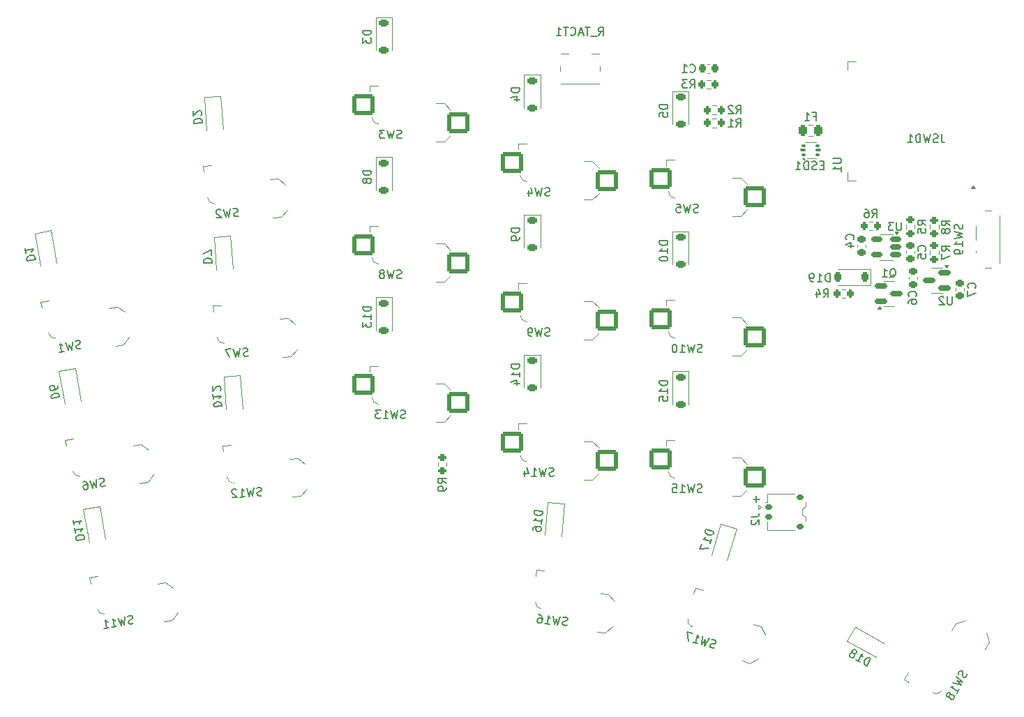
<source format=gbo>
G04 #@! TF.GenerationSoftware,KiCad,Pcbnew,8.0.4*
G04 #@! TF.CreationDate,2024-10-20T02:46:26-03:00*
G04 #@! TF.ProjectId,carpo_left,63617270-6f5f-46c6-9566-742e6b696361,rev?*
G04 #@! TF.SameCoordinates,Original*
G04 #@! TF.FileFunction,Legend,Bot*
G04 #@! TF.FilePolarity,Positive*
%FSLAX46Y46*%
G04 Gerber Fmt 4.6, Leading zero omitted, Abs format (unit mm)*
G04 Created by KiCad (PCBNEW 8.0.4) date 2024-10-20 02:46:26*
%MOMM*%
%LPD*%
G01*
G04 APERTURE LIST*
G04 Aperture macros list*
%AMRoundRect*
0 Rectangle with rounded corners*
0 $1 Rounding radius*
0 $2 $3 $4 $5 $6 $7 $8 $9 X,Y pos of 4 corners*
0 Add a 4 corners polygon primitive as box body*
4,1,4,$2,$3,$4,$5,$6,$7,$8,$9,$2,$3,0*
0 Add four circle primitives for the rounded corners*
1,1,$1+$1,$2,$3*
1,1,$1+$1,$4,$5*
1,1,$1+$1,$6,$7*
1,1,$1+$1,$8,$9*
0 Add four rect primitives between the rounded corners*
20,1,$1+$1,$2,$3,$4,$5,0*
20,1,$1+$1,$4,$5,$6,$7,0*
20,1,$1+$1,$6,$7,$8,$9,0*
20,1,$1+$1,$8,$9,$2,$3,0*%
G04 Aperture macros list end*
%ADD10C,0.150000*%
%ADD11C,0.120000*%
%ADD12C,4.300000*%
%ADD13R,1.700000X1.700000*%
%ADD14O,1.700000X1.700000*%
%ADD15RoundRect,0.225000X-0.408374X0.156464X-0.330232X-0.286700X0.408374X-0.156464X0.330232X0.286700X0*%
%ADD16C,1.700000*%
%ADD17C,3.400000*%
%ADD18C,3.300000*%
%ADD19RoundRect,0.260000X1.065000X1.040000X-1.065000X1.040000X-1.065000X-1.040000X1.065000X-1.040000X0*%
%ADD20RoundRect,0.200000X0.200000X0.275000X-0.200000X0.275000X-0.200000X-0.275000X0.200000X-0.275000X0*%
%ADD21RoundRect,0.225000X-0.292831X0.324808X-0.424398X-0.105529X0.292831X-0.324808X0.424398X0.105529X0*%
%ADD22RoundRect,0.243750X0.243750X0.456250X-0.243750X0.456250X-0.243750X-0.456250X0.243750X-0.456250X0*%
%ADD23RoundRect,0.225000X0.250000X-0.225000X0.250000X0.225000X-0.250000X0.225000X-0.250000X-0.225000X0*%
%ADD24RoundRect,0.225000X-0.375000X0.225000X-0.375000X-0.225000X0.375000X-0.225000X0.375000X0.225000X0*%
%ADD25RoundRect,0.260000X0.989859X1.111757X-1.134952X0.963176X-0.989859X-1.111757X1.134952X-0.963176X0*%
%ADD26RoundRect,0.260000X0.868226X1.209135X-1.229414X0.839265X-0.868226X-1.209135X1.229414X-0.839265X0*%
%ADD27RoundRect,0.260000X1.151589X0.943222X-0.970305X1.128863X-1.151589X-0.943222X0.970305X-1.128863X0*%
%ADD28R,0.700000X1.524000*%
%ADD29R,1.524000X0.700000*%
%ADD30RoundRect,0.150000X0.512500X0.150000X-0.512500X0.150000X-0.512500X-0.150000X0.512500X-0.150000X0*%
%ADD31RoundRect,0.225000X-0.389782X0.198293X-0.358391X-0.250611X0.389782X-0.198293X0.358391X0.250611X0*%
%ADD32RoundRect,0.225000X-0.250000X0.225000X-0.250000X-0.225000X0.250000X-0.225000X0.250000X0.225000X0*%
%ADD33RoundRect,0.260000X-0.393282X1.435672X-1.425927X-0.427268X0.393282X-1.435672X1.425927X0.427268X0*%
%ADD34RoundRect,0.225000X-0.225000X-0.250000X0.225000X-0.250000X0.225000X0.250000X-0.225000X0.250000X0*%
%ADD35C,0.750000*%
%ADD36R,1.550000X1.000000*%
%ADD37RoundRect,0.225000X0.225000X0.375000X-0.225000X0.375000X-0.225000X-0.375000X0.225000X-0.375000X0*%
%ADD38RoundRect,0.200000X-0.200000X-0.275000X0.200000X-0.275000X0.200000X0.275000X-0.200000X0.275000X0*%
%ADD39R,0.800000X1.000000*%
%ADD40C,0.900000*%
%ADD41R,1.500000X0.700000*%
%ADD42RoundRect,0.200000X0.275000X-0.200000X0.275000X0.200000X-0.275000X0.200000X-0.275000X-0.200000X0*%
%ADD43RoundRect,0.260000X1.322531X0.683181X-0.714398X1.305933X-1.322531X-0.683181X0.714398X-1.305933X0*%
%ADD44RoundRect,0.150000X-0.587500X-0.150000X0.587500X-0.150000X0.587500X0.150000X-0.587500X0.150000X0*%
%ADD45RoundRect,0.225000X-0.353963X0.256827X-0.393183X-0.191460X0.353963X-0.256827X0.393183X0.191460X0*%
%ADD46R,0.540000X0.800000*%
%ADD47R,0.300000X0.800000*%
%ADD48O,1.000000X1.800000*%
%ADD49O,1.000000X2.200000*%
%ADD50RoundRect,0.150000X0.587500X0.150000X-0.587500X0.150000X-0.587500X-0.150000X0.587500X-0.150000X0*%
%ADD51RoundRect,0.093750X-0.156250X-0.093750X0.156250X-0.093750X0.156250X0.093750X-0.156250X0.093750X0*%
%ADD52RoundRect,0.075000X-0.250000X-0.075000X0.250000X-0.075000X0.250000X0.075000X-0.250000X0.075000X0*%
%ADD53RoundRect,0.225000X-0.378593X-0.218900X0.014986X-0.437065X0.378593X0.218900X-0.014986X0.437065X0*%
%ADD54RoundRect,0.150000X-0.275000X0.150000X-0.275000X-0.150000X0.275000X-0.150000X0.275000X0.150000X0*%
%ADD55RoundRect,0.175000X-0.225000X0.175000X-0.225000X-0.175000X0.225000X-0.175000X0.225000X0.175000X0*%
G04 APERTURE END LIST*
D10*
X181980951Y-111573866D02*
X181219047Y-111573866D01*
X181599999Y-111954819D02*
X181599999Y-111192914D01*
X204080952Y-67254819D02*
X204080952Y-67969104D01*
X204080952Y-67969104D02*
X204128571Y-68111961D01*
X204128571Y-68111961D02*
X204223809Y-68207200D01*
X204223809Y-68207200D02*
X204366666Y-68254819D01*
X204366666Y-68254819D02*
X204461904Y-68254819D01*
X203652380Y-68207200D02*
X203509523Y-68254819D01*
X203509523Y-68254819D02*
X203271428Y-68254819D01*
X203271428Y-68254819D02*
X203176190Y-68207200D01*
X203176190Y-68207200D02*
X203128571Y-68159580D01*
X203128571Y-68159580D02*
X203080952Y-68064342D01*
X203080952Y-68064342D02*
X203080952Y-67969104D01*
X203080952Y-67969104D02*
X203128571Y-67873866D01*
X203128571Y-67873866D02*
X203176190Y-67826247D01*
X203176190Y-67826247D02*
X203271428Y-67778628D01*
X203271428Y-67778628D02*
X203461904Y-67731009D01*
X203461904Y-67731009D02*
X203557142Y-67683390D01*
X203557142Y-67683390D02*
X203604761Y-67635771D01*
X203604761Y-67635771D02*
X203652380Y-67540533D01*
X203652380Y-67540533D02*
X203652380Y-67445295D01*
X203652380Y-67445295D02*
X203604761Y-67350057D01*
X203604761Y-67350057D02*
X203557142Y-67302438D01*
X203557142Y-67302438D02*
X203461904Y-67254819D01*
X203461904Y-67254819D02*
X203223809Y-67254819D01*
X203223809Y-67254819D02*
X203080952Y-67302438D01*
X202747618Y-67254819D02*
X202509523Y-68254819D01*
X202509523Y-68254819D02*
X202319047Y-67540533D01*
X202319047Y-67540533D02*
X202128571Y-68254819D01*
X202128571Y-68254819D02*
X201890476Y-67254819D01*
X201509523Y-68254819D02*
X201509523Y-67254819D01*
X201509523Y-67254819D02*
X201271428Y-67254819D01*
X201271428Y-67254819D02*
X201128571Y-67302438D01*
X201128571Y-67302438D02*
X201033333Y-67397676D01*
X201033333Y-67397676D02*
X200985714Y-67492914D01*
X200985714Y-67492914D02*
X200938095Y-67683390D01*
X200938095Y-67683390D02*
X200938095Y-67826247D01*
X200938095Y-67826247D02*
X200985714Y-68016723D01*
X200985714Y-68016723D02*
X201033333Y-68111961D01*
X201033333Y-68111961D02*
X201128571Y-68207200D01*
X201128571Y-68207200D02*
X201271428Y-68254819D01*
X201271428Y-68254819D02*
X201509523Y-68254819D01*
X199985714Y-68254819D02*
X200557142Y-68254819D01*
X200271428Y-68254819D02*
X200271428Y-67254819D01*
X200271428Y-67254819D02*
X200366666Y-67397676D01*
X200366666Y-67397676D02*
X200461904Y-67492914D01*
X200461904Y-67492914D02*
X200557142Y-67540533D01*
X96056114Y-99335264D02*
X97040922Y-99161616D01*
X97040922Y-99161616D02*
X96999577Y-98927138D01*
X96999577Y-98927138D02*
X96927874Y-98794720D01*
X96927874Y-98794720D02*
X96817545Y-98717467D01*
X96817545Y-98717467D02*
X96715485Y-98687109D01*
X96715485Y-98687109D02*
X96519634Y-98673290D01*
X96519634Y-98673290D02*
X96378947Y-98698097D01*
X96378947Y-98698097D02*
X96199633Y-98778068D01*
X96199633Y-98778068D02*
X96114111Y-98841501D01*
X96114111Y-98841501D02*
X96036858Y-98951831D01*
X96036858Y-98951831D02*
X96014769Y-99100786D01*
X96014769Y-99100786D02*
X96056114Y-99335264D01*
X96792853Y-97754748D02*
X96825929Y-97942330D01*
X96825929Y-97942330D02*
X96795571Y-98044391D01*
X96795571Y-98044391D02*
X96756944Y-98099555D01*
X96756944Y-98099555D02*
X96632796Y-98218153D01*
X96632796Y-98218153D02*
X96453482Y-98298125D01*
X96453482Y-98298125D02*
X96078317Y-98364276D01*
X96078317Y-98364276D02*
X95976257Y-98333919D01*
X95976257Y-98333919D02*
X95921092Y-98295292D01*
X95921092Y-98295292D02*
X95857659Y-98209770D01*
X95857659Y-98209770D02*
X95824583Y-98022187D01*
X95824583Y-98022187D02*
X95854941Y-97920127D01*
X95854941Y-97920127D02*
X95893567Y-97864963D01*
X95893567Y-97864963D02*
X95979090Y-97801529D01*
X95979090Y-97801529D02*
X96213568Y-97760184D01*
X96213568Y-97760184D02*
X96315628Y-97790542D01*
X96315628Y-97790542D02*
X96370792Y-97829169D01*
X96370792Y-97829169D02*
X96434226Y-97914691D01*
X96434226Y-97914691D02*
X96467302Y-98102273D01*
X96467302Y-98102273D02*
X96436944Y-98204334D01*
X96436944Y-98204334D02*
X96398317Y-98259498D01*
X96398317Y-98259498D02*
X96312795Y-98322932D01*
X157009523Y-108707200D02*
X156866666Y-108754819D01*
X156866666Y-108754819D02*
X156628571Y-108754819D01*
X156628571Y-108754819D02*
X156533333Y-108707200D01*
X156533333Y-108707200D02*
X156485714Y-108659580D01*
X156485714Y-108659580D02*
X156438095Y-108564342D01*
X156438095Y-108564342D02*
X156438095Y-108469104D01*
X156438095Y-108469104D02*
X156485714Y-108373866D01*
X156485714Y-108373866D02*
X156533333Y-108326247D01*
X156533333Y-108326247D02*
X156628571Y-108278628D01*
X156628571Y-108278628D02*
X156819047Y-108231009D01*
X156819047Y-108231009D02*
X156914285Y-108183390D01*
X156914285Y-108183390D02*
X156961904Y-108135771D01*
X156961904Y-108135771D02*
X157009523Y-108040533D01*
X157009523Y-108040533D02*
X157009523Y-107945295D01*
X157009523Y-107945295D02*
X156961904Y-107850057D01*
X156961904Y-107850057D02*
X156914285Y-107802438D01*
X156914285Y-107802438D02*
X156819047Y-107754819D01*
X156819047Y-107754819D02*
X156580952Y-107754819D01*
X156580952Y-107754819D02*
X156438095Y-107802438D01*
X156104761Y-107754819D02*
X155866666Y-108754819D01*
X155866666Y-108754819D02*
X155676190Y-108040533D01*
X155676190Y-108040533D02*
X155485714Y-108754819D01*
X155485714Y-108754819D02*
X155247619Y-107754819D01*
X154342857Y-108754819D02*
X154914285Y-108754819D01*
X154628571Y-108754819D02*
X154628571Y-107754819D01*
X154628571Y-107754819D02*
X154723809Y-107897676D01*
X154723809Y-107897676D02*
X154819047Y-107992914D01*
X154819047Y-107992914D02*
X154914285Y-108040533D01*
X153485714Y-108088152D02*
X153485714Y-108754819D01*
X153723809Y-107707200D02*
X153961904Y-108421485D01*
X153961904Y-108421485D02*
X153342857Y-108421485D01*
X179166666Y-66354819D02*
X179499999Y-65878628D01*
X179738094Y-66354819D02*
X179738094Y-65354819D01*
X179738094Y-65354819D02*
X179357142Y-65354819D01*
X179357142Y-65354819D02*
X179261904Y-65402438D01*
X179261904Y-65402438D02*
X179214285Y-65450057D01*
X179214285Y-65450057D02*
X179166666Y-65545295D01*
X179166666Y-65545295D02*
X179166666Y-65688152D01*
X179166666Y-65688152D02*
X179214285Y-65783390D01*
X179214285Y-65783390D02*
X179261904Y-65831009D01*
X179261904Y-65831009D02*
X179357142Y-65878628D01*
X179357142Y-65878628D02*
X179738094Y-65878628D01*
X178214285Y-66354819D02*
X178785713Y-66354819D01*
X178499999Y-66354819D02*
X178499999Y-65354819D01*
X178499999Y-65354819D02*
X178595237Y-65497676D01*
X178595237Y-65497676D02*
X178690475Y-65592914D01*
X178690475Y-65592914D02*
X178785713Y-65640533D01*
X176444607Y-115487878D02*
X175488302Y-115195507D01*
X175488302Y-115195507D02*
X175418690Y-115423198D01*
X175418690Y-115423198D02*
X175422461Y-115573736D01*
X175422461Y-115573736D02*
X175485693Y-115692657D01*
X175485693Y-115692657D02*
X175562847Y-115766041D01*
X175562847Y-115766041D02*
X175731078Y-115867269D01*
X175731078Y-115867269D02*
X175867692Y-115909036D01*
X175867692Y-115909036D02*
X176063768Y-115919188D01*
X176063768Y-115919188D02*
X176168767Y-115901494D01*
X176168767Y-115901494D02*
X176287689Y-115838263D01*
X176287689Y-115838263D02*
X176374995Y-115715570D01*
X176374995Y-115715570D02*
X176444607Y-115487878D01*
X175999088Y-116945105D02*
X176166158Y-116398645D01*
X176082623Y-116671875D02*
X175126318Y-116379503D01*
X175126318Y-116379503D02*
X175290778Y-116330194D01*
X175290778Y-116330194D02*
X175409700Y-116266962D01*
X175409700Y-116266962D02*
X175483083Y-116189808D01*
X174945326Y-116971501D02*
X174750412Y-117609038D01*
X174750412Y-117609038D02*
X175832019Y-117491565D01*
X188533333Y-65081009D02*
X188866666Y-65081009D01*
X188866666Y-65604819D02*
X188866666Y-64604819D01*
X188866666Y-64604819D02*
X188390476Y-64604819D01*
X187485714Y-65604819D02*
X188057142Y-65604819D01*
X187771428Y-65604819D02*
X187771428Y-64604819D01*
X187771428Y-64604819D02*
X187866666Y-64747676D01*
X187866666Y-64747676D02*
X187961904Y-64842914D01*
X187961904Y-64842914D02*
X188057142Y-64890533D01*
X174533332Y-76707200D02*
X174390475Y-76754819D01*
X174390475Y-76754819D02*
X174152380Y-76754819D01*
X174152380Y-76754819D02*
X174057142Y-76707200D01*
X174057142Y-76707200D02*
X174009523Y-76659580D01*
X174009523Y-76659580D02*
X173961904Y-76564342D01*
X173961904Y-76564342D02*
X173961904Y-76469104D01*
X173961904Y-76469104D02*
X174009523Y-76373866D01*
X174009523Y-76373866D02*
X174057142Y-76326247D01*
X174057142Y-76326247D02*
X174152380Y-76278628D01*
X174152380Y-76278628D02*
X174342856Y-76231009D01*
X174342856Y-76231009D02*
X174438094Y-76183390D01*
X174438094Y-76183390D02*
X174485713Y-76135771D01*
X174485713Y-76135771D02*
X174533332Y-76040533D01*
X174533332Y-76040533D02*
X174533332Y-75945295D01*
X174533332Y-75945295D02*
X174485713Y-75850057D01*
X174485713Y-75850057D02*
X174438094Y-75802438D01*
X174438094Y-75802438D02*
X174342856Y-75754819D01*
X174342856Y-75754819D02*
X174104761Y-75754819D01*
X174104761Y-75754819D02*
X173961904Y-75802438D01*
X173628570Y-75754819D02*
X173390475Y-76754819D01*
X173390475Y-76754819D02*
X173199999Y-76040533D01*
X173199999Y-76040533D02*
X173009523Y-76754819D01*
X173009523Y-76754819D02*
X172771428Y-75754819D01*
X171914285Y-75754819D02*
X172390475Y-75754819D01*
X172390475Y-75754819D02*
X172438094Y-76231009D01*
X172438094Y-76231009D02*
X172390475Y-76183390D01*
X172390475Y-76183390D02*
X172295237Y-76135771D01*
X172295237Y-76135771D02*
X172057142Y-76135771D01*
X172057142Y-76135771D02*
X171961904Y-76183390D01*
X171961904Y-76183390D02*
X171914285Y-76231009D01*
X171914285Y-76231009D02*
X171866666Y-76326247D01*
X171866666Y-76326247D02*
X171866666Y-76564342D01*
X171866666Y-76564342D02*
X171914285Y-76659580D01*
X171914285Y-76659580D02*
X171961904Y-76707200D01*
X171961904Y-76707200D02*
X172057142Y-76754819D01*
X172057142Y-76754819D02*
X172295237Y-76754819D01*
X172295237Y-76754819D02*
X172390475Y-76707200D01*
X172390475Y-76707200D02*
X172438094Y-76659580D01*
X175009523Y-110707200D02*
X174866666Y-110754819D01*
X174866666Y-110754819D02*
X174628571Y-110754819D01*
X174628571Y-110754819D02*
X174533333Y-110707200D01*
X174533333Y-110707200D02*
X174485714Y-110659580D01*
X174485714Y-110659580D02*
X174438095Y-110564342D01*
X174438095Y-110564342D02*
X174438095Y-110469104D01*
X174438095Y-110469104D02*
X174485714Y-110373866D01*
X174485714Y-110373866D02*
X174533333Y-110326247D01*
X174533333Y-110326247D02*
X174628571Y-110278628D01*
X174628571Y-110278628D02*
X174819047Y-110231009D01*
X174819047Y-110231009D02*
X174914285Y-110183390D01*
X174914285Y-110183390D02*
X174961904Y-110135771D01*
X174961904Y-110135771D02*
X175009523Y-110040533D01*
X175009523Y-110040533D02*
X175009523Y-109945295D01*
X175009523Y-109945295D02*
X174961904Y-109850057D01*
X174961904Y-109850057D02*
X174914285Y-109802438D01*
X174914285Y-109802438D02*
X174819047Y-109754819D01*
X174819047Y-109754819D02*
X174580952Y-109754819D01*
X174580952Y-109754819D02*
X174438095Y-109802438D01*
X174104761Y-109754819D02*
X173866666Y-110754819D01*
X173866666Y-110754819D02*
X173676190Y-110040533D01*
X173676190Y-110040533D02*
X173485714Y-110754819D01*
X173485714Y-110754819D02*
X173247619Y-109754819D01*
X172342857Y-110754819D02*
X172914285Y-110754819D01*
X172628571Y-110754819D02*
X172628571Y-109754819D01*
X172628571Y-109754819D02*
X172723809Y-109897676D01*
X172723809Y-109897676D02*
X172819047Y-109992914D01*
X172819047Y-109992914D02*
X172914285Y-110040533D01*
X171438095Y-109754819D02*
X171914285Y-109754819D01*
X171914285Y-109754819D02*
X171961904Y-110231009D01*
X171961904Y-110231009D02*
X171914285Y-110183390D01*
X171914285Y-110183390D02*
X171819047Y-110135771D01*
X171819047Y-110135771D02*
X171580952Y-110135771D01*
X171580952Y-110135771D02*
X171485714Y-110183390D01*
X171485714Y-110183390D02*
X171438095Y-110231009D01*
X171438095Y-110231009D02*
X171390476Y-110326247D01*
X171390476Y-110326247D02*
X171390476Y-110564342D01*
X171390476Y-110564342D02*
X171438095Y-110659580D01*
X171438095Y-110659580D02*
X171485714Y-110707200D01*
X171485714Y-110707200D02*
X171580952Y-110754819D01*
X171580952Y-110754819D02*
X171819047Y-110754819D01*
X171819047Y-110754819D02*
X171914285Y-110707200D01*
X171914285Y-110707200D02*
X171961904Y-110659580D01*
X202089580Y-81408333D02*
X202137200Y-81360714D01*
X202137200Y-81360714D02*
X202184819Y-81217857D01*
X202184819Y-81217857D02*
X202184819Y-81122619D01*
X202184819Y-81122619D02*
X202137200Y-80979762D01*
X202137200Y-80979762D02*
X202041961Y-80884524D01*
X202041961Y-80884524D02*
X201946723Y-80836905D01*
X201946723Y-80836905D02*
X201756247Y-80789286D01*
X201756247Y-80789286D02*
X201613390Y-80789286D01*
X201613390Y-80789286D02*
X201422914Y-80836905D01*
X201422914Y-80836905D02*
X201327676Y-80884524D01*
X201327676Y-80884524D02*
X201232438Y-80979762D01*
X201232438Y-80979762D02*
X201184819Y-81122619D01*
X201184819Y-81122619D02*
X201184819Y-81217857D01*
X201184819Y-81217857D02*
X201232438Y-81360714D01*
X201232438Y-81360714D02*
X201280057Y-81408333D01*
X201184819Y-82313095D02*
X201184819Y-81836905D01*
X201184819Y-81836905D02*
X201661009Y-81789286D01*
X201661009Y-81789286D02*
X201613390Y-81836905D01*
X201613390Y-81836905D02*
X201565771Y-81932143D01*
X201565771Y-81932143D02*
X201565771Y-82170238D01*
X201565771Y-82170238D02*
X201613390Y-82265476D01*
X201613390Y-82265476D02*
X201661009Y-82313095D01*
X201661009Y-82313095D02*
X201756247Y-82360714D01*
X201756247Y-82360714D02*
X201994342Y-82360714D01*
X201994342Y-82360714D02*
X202089580Y-82313095D01*
X202089580Y-82313095D02*
X202137200Y-82265476D01*
X202137200Y-82265476D02*
X202184819Y-82170238D01*
X202184819Y-82170238D02*
X202184819Y-81932143D01*
X202184819Y-81932143D02*
X202137200Y-81836905D01*
X202137200Y-81836905D02*
X202089580Y-81789286D01*
X99090823Y-116545953D02*
X100075630Y-116372305D01*
X100075630Y-116372305D02*
X100034286Y-116137827D01*
X100034286Y-116137827D02*
X99962583Y-116005409D01*
X99962583Y-116005409D02*
X99852254Y-115928156D01*
X99852254Y-115928156D02*
X99750194Y-115897798D01*
X99750194Y-115897798D02*
X99554342Y-115883978D01*
X99554342Y-115883978D02*
X99413656Y-115908785D01*
X99413656Y-115908785D02*
X99234342Y-115988757D01*
X99234342Y-115988757D02*
X99148820Y-116052190D01*
X99148820Y-116052190D02*
X99071567Y-116162519D01*
X99071567Y-116162519D02*
X99049478Y-116311475D01*
X99049478Y-116311475D02*
X99090823Y-116545953D01*
X98826216Y-115045294D02*
X98925443Y-115608041D01*
X98875830Y-115326667D02*
X99860637Y-115153019D01*
X99860637Y-115153019D02*
X99736489Y-115271617D01*
X99736489Y-115271617D02*
X99659235Y-115381946D01*
X99659235Y-115381946D02*
X99628878Y-115484006D01*
X98660837Y-114107381D02*
X98760064Y-114670129D01*
X98710450Y-114388755D02*
X99695258Y-114215107D01*
X99695258Y-114215107D02*
X99571109Y-114333705D01*
X99571109Y-114333705D02*
X99493856Y-114444034D01*
X99493856Y-114444034D02*
X99463498Y-114546094D01*
X152854292Y-95186364D02*
X151854292Y-95186364D01*
X151854292Y-95186364D02*
X151854292Y-95424459D01*
X151854292Y-95424459D02*
X151901911Y-95567316D01*
X151901911Y-95567316D02*
X151997149Y-95662554D01*
X151997149Y-95662554D02*
X152092387Y-95710173D01*
X152092387Y-95710173D02*
X152282863Y-95757792D01*
X152282863Y-95757792D02*
X152425720Y-95757792D01*
X152425720Y-95757792D02*
X152616196Y-95710173D01*
X152616196Y-95710173D02*
X152711434Y-95662554D01*
X152711434Y-95662554D02*
X152806673Y-95567316D01*
X152806673Y-95567316D02*
X152854292Y-95424459D01*
X152854292Y-95424459D02*
X152854292Y-95186364D01*
X152854292Y-96710173D02*
X152854292Y-96138745D01*
X152854292Y-96424459D02*
X151854292Y-96424459D01*
X151854292Y-96424459D02*
X151997149Y-96329221D01*
X151997149Y-96329221D02*
X152092387Y-96233983D01*
X152092387Y-96233983D02*
X152140006Y-96138745D01*
X152187625Y-97567316D02*
X152854292Y-97567316D01*
X151806673Y-97329221D02*
X152520958Y-97091126D01*
X152520958Y-97091126D02*
X152520958Y-97710173D01*
X134854292Y-88186364D02*
X133854292Y-88186364D01*
X133854292Y-88186364D02*
X133854292Y-88424459D01*
X133854292Y-88424459D02*
X133901911Y-88567316D01*
X133901911Y-88567316D02*
X133997149Y-88662554D01*
X133997149Y-88662554D02*
X134092387Y-88710173D01*
X134092387Y-88710173D02*
X134282863Y-88757792D01*
X134282863Y-88757792D02*
X134425720Y-88757792D01*
X134425720Y-88757792D02*
X134616196Y-88710173D01*
X134616196Y-88710173D02*
X134711434Y-88662554D01*
X134711434Y-88662554D02*
X134806673Y-88567316D01*
X134806673Y-88567316D02*
X134854292Y-88424459D01*
X134854292Y-88424459D02*
X134854292Y-88186364D01*
X134854292Y-89710173D02*
X134854292Y-89138745D01*
X134854292Y-89424459D02*
X133854292Y-89424459D01*
X133854292Y-89424459D02*
X133997149Y-89329221D01*
X133997149Y-89329221D02*
X134092387Y-89233983D01*
X134092387Y-89233983D02*
X134140006Y-89138745D01*
X133854292Y-90043507D02*
X133854292Y-90662554D01*
X133854292Y-90662554D02*
X134235244Y-90329221D01*
X134235244Y-90329221D02*
X134235244Y-90472078D01*
X134235244Y-90472078D02*
X134282863Y-90567316D01*
X134282863Y-90567316D02*
X134330482Y-90614935D01*
X134330482Y-90614935D02*
X134425720Y-90662554D01*
X134425720Y-90662554D02*
X134663815Y-90662554D01*
X134663815Y-90662554D02*
X134759053Y-90614935D01*
X134759053Y-90614935D02*
X134806673Y-90567316D01*
X134806673Y-90567316D02*
X134854292Y-90472078D01*
X134854292Y-90472078D02*
X134854292Y-90186364D01*
X134854292Y-90186364D02*
X134806673Y-90091126D01*
X134806673Y-90091126D02*
X134759053Y-90043507D01*
X118738519Y-77175291D02*
X118599332Y-77232759D01*
X118599332Y-77232759D02*
X118361817Y-77249368D01*
X118361817Y-77249368D02*
X118263489Y-77208508D01*
X118263489Y-77208508D02*
X118212664Y-77164327D01*
X118212664Y-77164327D02*
X118158517Y-77072643D01*
X118158517Y-77072643D02*
X118151874Y-76977637D01*
X118151874Y-76977637D02*
X118192734Y-76879309D01*
X118192734Y-76879309D02*
X118236915Y-76828484D01*
X118236915Y-76828484D02*
X118328599Y-76774337D01*
X118328599Y-76774337D02*
X118515290Y-76713547D01*
X118515290Y-76713547D02*
X118606974Y-76659401D01*
X118606974Y-76659401D02*
X118651155Y-76608576D01*
X118651155Y-76608576D02*
X118692015Y-76510248D01*
X118692015Y-76510248D02*
X118685371Y-76415242D01*
X118685371Y-76415242D02*
X118631225Y-76323558D01*
X118631225Y-76323558D02*
X118580400Y-76279377D01*
X118580400Y-76279377D02*
X118482072Y-76238517D01*
X118482072Y-76238517D02*
X118244557Y-76255126D01*
X118244557Y-76255126D02*
X118105370Y-76312594D01*
X117769526Y-76288343D02*
X117601768Y-77302516D01*
X117601768Y-77302516D02*
X117361929Y-76603257D01*
X117361929Y-76603257D02*
X117221743Y-77329090D01*
X117221743Y-77329090D02*
X116914472Y-76348134D01*
X116588594Y-76466393D02*
X116537769Y-76422211D01*
X116537769Y-76422211D02*
X116439441Y-76381352D01*
X116439441Y-76381352D02*
X116201926Y-76397960D01*
X116201926Y-76397960D02*
X116110242Y-76452107D01*
X116110242Y-76452107D02*
X116066060Y-76502932D01*
X116066060Y-76502932D02*
X116025201Y-76601259D01*
X116025201Y-76601259D02*
X116031844Y-76696266D01*
X116031844Y-76696266D02*
X116089312Y-76835453D01*
X116089312Y-76835453D02*
X116699210Y-77365629D01*
X116699210Y-77365629D02*
X116081670Y-77408811D01*
X102583921Y-109931152D02*
X102451503Y-110002855D01*
X102451503Y-110002855D02*
X102217025Y-110044200D01*
X102217025Y-110044200D02*
X102114964Y-110013842D01*
X102114964Y-110013842D02*
X102059800Y-109975215D01*
X102059800Y-109975215D02*
X101996366Y-109889693D01*
X101996366Y-109889693D02*
X101979828Y-109795902D01*
X101979828Y-109795902D02*
X102010186Y-109693842D01*
X102010186Y-109693842D02*
X102048813Y-109638677D01*
X102048813Y-109638677D02*
X102134335Y-109575244D01*
X102134335Y-109575244D02*
X102313648Y-109495272D01*
X102313648Y-109495272D02*
X102399171Y-109431839D01*
X102399171Y-109431839D02*
X102437797Y-109376674D01*
X102437797Y-109376674D02*
X102468155Y-109274614D01*
X102468155Y-109274614D02*
X102451617Y-109180823D01*
X102451617Y-109180823D02*
X102388184Y-109095300D01*
X102388184Y-109095300D02*
X102333019Y-109056674D01*
X102333019Y-109056674D02*
X102230959Y-109026316D01*
X102230959Y-109026316D02*
X101996481Y-109067661D01*
X101996481Y-109067661D02*
X101864063Y-109139363D01*
X101527525Y-109150351D02*
X101466695Y-110176503D01*
X101466695Y-110176503D02*
X101155078Y-109506145D01*
X101155078Y-109506145D02*
X101091530Y-110242655D01*
X101091530Y-110242655D02*
X100683404Y-109299192D01*
X99886179Y-109439764D02*
X100073761Y-109406688D01*
X100073761Y-109406688D02*
X100175821Y-109437046D01*
X100175821Y-109437046D02*
X100230986Y-109475673D01*
X100230986Y-109475673D02*
X100349584Y-109599822D01*
X100349584Y-109599822D02*
X100429555Y-109779135D01*
X100429555Y-109779135D02*
X100495707Y-110154300D01*
X100495707Y-110154300D02*
X100465349Y-110256360D01*
X100465349Y-110256360D02*
X100426723Y-110311525D01*
X100426723Y-110311525D02*
X100341200Y-110374958D01*
X100341200Y-110374958D02*
X100153618Y-110408034D01*
X100153618Y-110408034D02*
X100051558Y-110377676D01*
X100051558Y-110377676D02*
X99996393Y-110339050D01*
X99996393Y-110339050D02*
X99932960Y-110253527D01*
X99932960Y-110253527D02*
X99891615Y-110019049D01*
X99891615Y-110019049D02*
X99921973Y-109916989D01*
X99921973Y-109916989D02*
X99960599Y-109861825D01*
X99960599Y-109861825D02*
X100046122Y-109798391D01*
X100046122Y-109798391D02*
X100233704Y-109765315D01*
X100233704Y-109765315D02*
X100335764Y-109795673D01*
X100335764Y-109795673D02*
X100390929Y-109834300D01*
X100390929Y-109834300D02*
X100454362Y-109919822D01*
X158623230Y-126844142D02*
X158476766Y-126879129D01*
X158476766Y-126879129D02*
X158239577Y-126858378D01*
X158239577Y-126858378D02*
X158148851Y-126802640D01*
X158148851Y-126802640D02*
X158105564Y-126751052D01*
X158105564Y-126751052D02*
X158066426Y-126652026D01*
X158066426Y-126652026D02*
X158074727Y-126557150D01*
X158074727Y-126557150D02*
X158130465Y-126466424D01*
X158130465Y-126466424D02*
X158182053Y-126423137D01*
X158182053Y-126423137D02*
X158281079Y-126384000D01*
X158281079Y-126384000D02*
X158474981Y-126353163D01*
X158474981Y-126353163D02*
X158574007Y-126314026D01*
X158574007Y-126314026D02*
X158625595Y-126270738D01*
X158625595Y-126270738D02*
X158681334Y-126180013D01*
X158681334Y-126180013D02*
X158689634Y-126085137D01*
X158689634Y-126085137D02*
X158650497Y-125986111D01*
X158650497Y-125986111D02*
X158607209Y-125934523D01*
X158607209Y-125934523D02*
X158516484Y-125878784D01*
X158516484Y-125878784D02*
X158279295Y-125858033D01*
X158279295Y-125858033D02*
X158132831Y-125893020D01*
X157804916Y-125816530D02*
X157480571Y-126791974D01*
X157480571Y-126791974D02*
X157353074Y-126063805D01*
X157353074Y-126063805D02*
X157101068Y-126758771D01*
X157101068Y-126758771D02*
X156951035Y-125741825D01*
X155962560Y-126659165D02*
X156531814Y-126708968D01*
X156247187Y-126684067D02*
X156334343Y-125687872D01*
X156334343Y-125687872D02*
X156416768Y-125838486D01*
X156416768Y-125838486D02*
X156503343Y-125941662D01*
X156503343Y-125941662D02*
X156594069Y-125997401D01*
X155195835Y-125588265D02*
X155385586Y-125604866D01*
X155385586Y-125604866D02*
X155476312Y-125660605D01*
X155476312Y-125660605D02*
X155519599Y-125712193D01*
X155519599Y-125712193D02*
X155602024Y-125862807D01*
X155602024Y-125862807D02*
X155632861Y-126056709D01*
X155632861Y-126056709D02*
X155599659Y-126436211D01*
X155599659Y-126436211D02*
X155543920Y-126526937D01*
X155543920Y-126526937D02*
X155492332Y-126570224D01*
X155492332Y-126570224D02*
X155393306Y-126609362D01*
X155393306Y-126609362D02*
X155203555Y-126592761D01*
X155203555Y-126592761D02*
X155112829Y-126537022D01*
X155112829Y-126537022D02*
X155069542Y-126485434D01*
X155069542Y-126485434D02*
X155030405Y-126386408D01*
X155030405Y-126386408D02*
X155051156Y-126149219D01*
X155051156Y-126149219D02*
X155106894Y-126058493D01*
X155106894Y-126058493D02*
X155158482Y-126015206D01*
X155158482Y-126015206D02*
X155257508Y-125976069D01*
X155257508Y-125976069D02*
X155447260Y-125992670D01*
X155447260Y-125992670D02*
X155537985Y-126048408D01*
X155537985Y-126048408D02*
X155581273Y-126099996D01*
X155581273Y-126099996D02*
X155620410Y-126199022D01*
X156533332Y-74707201D02*
X156390475Y-74754820D01*
X156390475Y-74754820D02*
X156152380Y-74754820D01*
X156152380Y-74754820D02*
X156057142Y-74707201D01*
X156057142Y-74707201D02*
X156009523Y-74659581D01*
X156009523Y-74659581D02*
X155961904Y-74564343D01*
X155961904Y-74564343D02*
X155961904Y-74469105D01*
X155961904Y-74469105D02*
X156009523Y-74373867D01*
X156009523Y-74373867D02*
X156057142Y-74326248D01*
X156057142Y-74326248D02*
X156152380Y-74278629D01*
X156152380Y-74278629D02*
X156342856Y-74231010D01*
X156342856Y-74231010D02*
X156438094Y-74183391D01*
X156438094Y-74183391D02*
X156485713Y-74135772D01*
X156485713Y-74135772D02*
X156533332Y-74040534D01*
X156533332Y-74040534D02*
X156533332Y-73945296D01*
X156533332Y-73945296D02*
X156485713Y-73850058D01*
X156485713Y-73850058D02*
X156438094Y-73802439D01*
X156438094Y-73802439D02*
X156342856Y-73754820D01*
X156342856Y-73754820D02*
X156104761Y-73754820D01*
X156104761Y-73754820D02*
X155961904Y-73802439D01*
X155628570Y-73754820D02*
X155390475Y-74754820D01*
X155390475Y-74754820D02*
X155199999Y-74040534D01*
X155199999Y-74040534D02*
X155009523Y-74754820D01*
X155009523Y-74754820D02*
X154771428Y-73754820D01*
X153961904Y-74088153D02*
X153961904Y-74754820D01*
X154199999Y-73707201D02*
X154438094Y-74421486D01*
X154438094Y-74421486D02*
X153819047Y-74421486D01*
X190904819Y-70188095D02*
X191714342Y-70188095D01*
X191714342Y-70188095D02*
X191809580Y-70235714D01*
X191809580Y-70235714D02*
X191857200Y-70283333D01*
X191857200Y-70283333D02*
X191904819Y-70378571D01*
X191904819Y-70378571D02*
X191904819Y-70569047D01*
X191904819Y-70569047D02*
X191857200Y-70664285D01*
X191857200Y-70664285D02*
X191809580Y-70711904D01*
X191809580Y-70711904D02*
X191714342Y-70759523D01*
X191714342Y-70759523D02*
X190904819Y-70759523D01*
X191904819Y-71759523D02*
X191904819Y-71188095D01*
X191904819Y-71473809D02*
X190904819Y-71473809D01*
X190904819Y-71473809D02*
X191047676Y-71378571D01*
X191047676Y-71378571D02*
X191142914Y-71283333D01*
X191142914Y-71283333D02*
X191190533Y-71188095D01*
X170854292Y-80186364D02*
X169854292Y-80186364D01*
X169854292Y-80186364D02*
X169854292Y-80424459D01*
X169854292Y-80424459D02*
X169901911Y-80567316D01*
X169901911Y-80567316D02*
X169997149Y-80662554D01*
X169997149Y-80662554D02*
X170092387Y-80710173D01*
X170092387Y-80710173D02*
X170282863Y-80757792D01*
X170282863Y-80757792D02*
X170425720Y-80757792D01*
X170425720Y-80757792D02*
X170616196Y-80710173D01*
X170616196Y-80710173D02*
X170711434Y-80662554D01*
X170711434Y-80662554D02*
X170806673Y-80567316D01*
X170806673Y-80567316D02*
X170854292Y-80424459D01*
X170854292Y-80424459D02*
X170854292Y-80186364D01*
X170854292Y-81710173D02*
X170854292Y-81138745D01*
X170854292Y-81424459D02*
X169854292Y-81424459D01*
X169854292Y-81424459D02*
X169997149Y-81329221D01*
X169997149Y-81329221D02*
X170092387Y-81233983D01*
X170092387Y-81233983D02*
X170140006Y-81138745D01*
X169854292Y-82329221D02*
X169854292Y-82424459D01*
X169854292Y-82424459D02*
X169901911Y-82519697D01*
X169901911Y-82519697D02*
X169949530Y-82567316D01*
X169949530Y-82567316D02*
X170044768Y-82614935D01*
X170044768Y-82614935D02*
X170235244Y-82662554D01*
X170235244Y-82662554D02*
X170473339Y-82662554D01*
X170473339Y-82662554D02*
X170663815Y-82614935D01*
X170663815Y-82614935D02*
X170759053Y-82567316D01*
X170759053Y-82567316D02*
X170806673Y-82519697D01*
X170806673Y-82519697D02*
X170854292Y-82424459D01*
X170854292Y-82424459D02*
X170854292Y-82329221D01*
X170854292Y-82329221D02*
X170806673Y-82233983D01*
X170806673Y-82233983D02*
X170759053Y-82186364D01*
X170759053Y-82186364D02*
X170663815Y-82138745D01*
X170663815Y-82138745D02*
X170473339Y-82091126D01*
X170473339Y-82091126D02*
X170235244Y-82091126D01*
X170235244Y-82091126D02*
X170044768Y-82138745D01*
X170044768Y-82138745D02*
X169949530Y-82186364D01*
X169949530Y-82186364D02*
X169901911Y-82233983D01*
X169901911Y-82233983D02*
X169854292Y-82329221D01*
X121585270Y-111059251D02*
X121446083Y-111116719D01*
X121446083Y-111116719D02*
X121208568Y-111133328D01*
X121208568Y-111133328D02*
X121110240Y-111092468D01*
X121110240Y-111092468D02*
X121059415Y-111048287D01*
X121059415Y-111048287D02*
X121005268Y-110956602D01*
X121005268Y-110956602D02*
X120998625Y-110861596D01*
X120998625Y-110861596D02*
X121039485Y-110763268D01*
X121039485Y-110763268D02*
X121083666Y-110712444D01*
X121083666Y-110712444D02*
X121175350Y-110658297D01*
X121175350Y-110658297D02*
X121362041Y-110597507D01*
X121362041Y-110597507D02*
X121453725Y-110543361D01*
X121453725Y-110543361D02*
X121497906Y-110492536D01*
X121497906Y-110492536D02*
X121538766Y-110394208D01*
X121538766Y-110394208D02*
X121532122Y-110299202D01*
X121532122Y-110299202D02*
X121477976Y-110207517D01*
X121477976Y-110207517D02*
X121427151Y-110163336D01*
X121427151Y-110163336D02*
X121328823Y-110122477D01*
X121328823Y-110122477D02*
X121091308Y-110139085D01*
X121091308Y-110139085D02*
X120952121Y-110196553D01*
X120616278Y-110172303D02*
X120448519Y-111186475D01*
X120448519Y-111186475D02*
X120208680Y-110487217D01*
X120208680Y-110487217D02*
X120068494Y-111213049D01*
X120068494Y-111213049D02*
X119761223Y-110232094D01*
X118928421Y-111292771D02*
X119498458Y-111252910D01*
X119213440Y-111272840D02*
X119143683Y-110275276D01*
X119143683Y-110275276D02*
X119248654Y-110411142D01*
X119248654Y-110411142D02*
X119350304Y-110499505D01*
X119350304Y-110499505D02*
X119448632Y-110540364D01*
X118485284Y-110416787D02*
X118434459Y-110372606D01*
X118434459Y-110372606D02*
X118336131Y-110331746D01*
X118336131Y-110331746D02*
X118098616Y-110348355D01*
X118098616Y-110348355D02*
X118006932Y-110402501D01*
X118006932Y-110402501D02*
X117962750Y-110453326D01*
X117962750Y-110453326D02*
X117921891Y-110551654D01*
X117921891Y-110551654D02*
X117928534Y-110646660D01*
X117928534Y-110646660D02*
X117986002Y-110785847D01*
X117986002Y-110785847D02*
X118595900Y-111316023D01*
X118595900Y-111316023D02*
X117978360Y-111359206D01*
X170854292Y-97186364D02*
X169854292Y-97186364D01*
X169854292Y-97186364D02*
X169854292Y-97424459D01*
X169854292Y-97424459D02*
X169901911Y-97567316D01*
X169901911Y-97567316D02*
X169997149Y-97662554D01*
X169997149Y-97662554D02*
X170092387Y-97710173D01*
X170092387Y-97710173D02*
X170282863Y-97757792D01*
X170282863Y-97757792D02*
X170425720Y-97757792D01*
X170425720Y-97757792D02*
X170616196Y-97710173D01*
X170616196Y-97710173D02*
X170711434Y-97662554D01*
X170711434Y-97662554D02*
X170806673Y-97567316D01*
X170806673Y-97567316D02*
X170854292Y-97424459D01*
X170854292Y-97424459D02*
X170854292Y-97186364D01*
X170854292Y-98710173D02*
X170854292Y-98138745D01*
X170854292Y-98424459D02*
X169854292Y-98424459D01*
X169854292Y-98424459D02*
X169997149Y-98329221D01*
X169997149Y-98329221D02*
X170092387Y-98233983D01*
X170092387Y-98233983D02*
X170140006Y-98138745D01*
X169854292Y-99614935D02*
X169854292Y-99138745D01*
X169854292Y-99138745D02*
X170330482Y-99091126D01*
X170330482Y-99091126D02*
X170282863Y-99138745D01*
X170282863Y-99138745D02*
X170235244Y-99233983D01*
X170235244Y-99233983D02*
X170235244Y-99472078D01*
X170235244Y-99472078D02*
X170282863Y-99567316D01*
X170282863Y-99567316D02*
X170330482Y-99614935D01*
X170330482Y-99614935D02*
X170425720Y-99662554D01*
X170425720Y-99662554D02*
X170663815Y-99662554D01*
X170663815Y-99662554D02*
X170759053Y-99614935D01*
X170759053Y-99614935D02*
X170806673Y-99567316D01*
X170806673Y-99567316D02*
X170854292Y-99472078D01*
X170854292Y-99472078D02*
X170854292Y-99233983D01*
X170854292Y-99233983D02*
X170806673Y-99138745D01*
X170806673Y-99138745D02*
X170759053Y-99091126D01*
X199199404Y-77929819D02*
X199199404Y-78739342D01*
X199199404Y-78739342D02*
X199151785Y-78834580D01*
X199151785Y-78834580D02*
X199104166Y-78882200D01*
X199104166Y-78882200D02*
X199008928Y-78929819D01*
X199008928Y-78929819D02*
X198818452Y-78929819D01*
X198818452Y-78929819D02*
X198723214Y-78882200D01*
X198723214Y-78882200D02*
X198675595Y-78834580D01*
X198675595Y-78834580D02*
X198627976Y-78739342D01*
X198627976Y-78739342D02*
X198627976Y-77929819D01*
X198247023Y-77929819D02*
X197627976Y-77929819D01*
X197627976Y-77929819D02*
X197961309Y-78310771D01*
X197961309Y-78310771D02*
X197818452Y-78310771D01*
X197818452Y-78310771D02*
X197723214Y-78358390D01*
X197723214Y-78358390D02*
X197675595Y-78406009D01*
X197675595Y-78406009D02*
X197627976Y-78501247D01*
X197627976Y-78501247D02*
X197627976Y-78739342D01*
X197627976Y-78739342D02*
X197675595Y-78834580D01*
X197675595Y-78834580D02*
X197723214Y-78882200D01*
X197723214Y-78882200D02*
X197818452Y-78929819D01*
X197818452Y-78929819D02*
X198104166Y-78929819D01*
X198104166Y-78929819D02*
X198199404Y-78882200D01*
X198199404Y-78882200D02*
X198247023Y-78834580D01*
X115758981Y-100347314D02*
X116756545Y-100277557D01*
X116756545Y-100277557D02*
X116739936Y-100040042D01*
X116739936Y-100040042D02*
X116682468Y-99900855D01*
X116682468Y-99900855D02*
X116580818Y-99812492D01*
X116580818Y-99812492D02*
X116482490Y-99771633D01*
X116482490Y-99771633D02*
X116289156Y-99737416D01*
X116289156Y-99737416D02*
X116146647Y-99747382D01*
X116146647Y-99747382D02*
X115959957Y-99808172D01*
X115959957Y-99808172D02*
X115868272Y-99862318D01*
X115868272Y-99862318D02*
X115779910Y-99963968D01*
X115779910Y-99963968D02*
X115742372Y-100109799D01*
X115742372Y-100109799D02*
X115758981Y-100347314D01*
X115652685Y-98827216D02*
X115692546Y-99397253D01*
X115672616Y-99112235D02*
X116670180Y-99042478D01*
X116670180Y-99042478D02*
X116534314Y-99147449D01*
X116534314Y-99147449D02*
X116445951Y-99249099D01*
X116445951Y-99249099D02*
X116405092Y-99347427D01*
X116528669Y-98384079D02*
X116572850Y-98333254D01*
X116572850Y-98333254D02*
X116613710Y-98234926D01*
X116613710Y-98234926D02*
X116597101Y-97997411D01*
X116597101Y-97997411D02*
X116542955Y-97905727D01*
X116542955Y-97905727D02*
X116492130Y-97861545D01*
X116492130Y-97861545D02*
X116393802Y-97820686D01*
X116393802Y-97820686D02*
X116298796Y-97827329D01*
X116298796Y-97827329D02*
X116159609Y-97884797D01*
X116159609Y-97884797D02*
X115629433Y-98494695D01*
X115629433Y-98494695D02*
X115586250Y-97877155D01*
X200959580Y-86933333D02*
X201007200Y-86885714D01*
X201007200Y-86885714D02*
X201054819Y-86742857D01*
X201054819Y-86742857D02*
X201054819Y-86647619D01*
X201054819Y-86647619D02*
X201007200Y-86504762D01*
X201007200Y-86504762D02*
X200911961Y-86409524D01*
X200911961Y-86409524D02*
X200816723Y-86361905D01*
X200816723Y-86361905D02*
X200626247Y-86314286D01*
X200626247Y-86314286D02*
X200483390Y-86314286D01*
X200483390Y-86314286D02*
X200292914Y-86361905D01*
X200292914Y-86361905D02*
X200197676Y-86409524D01*
X200197676Y-86409524D02*
X200102438Y-86504762D01*
X200102438Y-86504762D02*
X200054819Y-86647619D01*
X200054819Y-86647619D02*
X200054819Y-86742857D01*
X200054819Y-86742857D02*
X200102438Y-86885714D01*
X200102438Y-86885714D02*
X200150057Y-86933333D01*
X200054819Y-87790476D02*
X200054819Y-87600000D01*
X200054819Y-87600000D02*
X200102438Y-87504762D01*
X200102438Y-87504762D02*
X200150057Y-87457143D01*
X200150057Y-87457143D02*
X200292914Y-87361905D01*
X200292914Y-87361905D02*
X200483390Y-87314286D01*
X200483390Y-87314286D02*
X200864342Y-87314286D01*
X200864342Y-87314286D02*
X200959580Y-87361905D01*
X200959580Y-87361905D02*
X201007200Y-87409524D01*
X201007200Y-87409524D02*
X201054819Y-87504762D01*
X201054819Y-87504762D02*
X201054819Y-87695238D01*
X201054819Y-87695238D02*
X201007200Y-87790476D01*
X201007200Y-87790476D02*
X200959580Y-87838095D01*
X200959580Y-87838095D02*
X200864342Y-87885714D01*
X200864342Y-87885714D02*
X200626247Y-87885714D01*
X200626247Y-87885714D02*
X200531009Y-87838095D01*
X200531009Y-87838095D02*
X200483390Y-87790476D01*
X200483390Y-87790476D02*
X200435771Y-87695238D01*
X200435771Y-87695238D02*
X200435771Y-87504762D01*
X200435771Y-87504762D02*
X200483390Y-87409524D01*
X200483390Y-87409524D02*
X200531009Y-87361905D01*
X200531009Y-87361905D02*
X200626247Y-87314286D01*
X114539903Y-82913694D02*
X115537467Y-82843937D01*
X115537467Y-82843937D02*
X115520859Y-82606422D01*
X115520859Y-82606422D02*
X115463390Y-82467235D01*
X115463390Y-82467235D02*
X115361741Y-82378872D01*
X115361741Y-82378872D02*
X115263413Y-82338013D01*
X115263413Y-82338013D02*
X115070079Y-82303796D01*
X115070079Y-82303796D02*
X114927570Y-82313762D01*
X114927570Y-82313762D02*
X114740879Y-82374552D01*
X114740879Y-82374552D02*
X114649195Y-82428698D01*
X114649195Y-82428698D02*
X114560832Y-82530348D01*
X114560832Y-82530348D02*
X114523295Y-82676179D01*
X114523295Y-82676179D02*
X114539903Y-82913694D01*
X115474354Y-81941379D02*
X115427850Y-81276337D01*
X115427850Y-81276337D02*
X114460182Y-81773621D01*
X207181176Y-132748442D02*
X207153566Y-132896474D01*
X207153566Y-132896474D02*
X207038135Y-133104716D01*
X207038135Y-133104716D02*
X206950314Y-133164927D01*
X206950314Y-133164927D02*
X206885580Y-133183490D01*
X206885580Y-133183490D02*
X206779196Y-133178966D01*
X206779196Y-133178966D02*
X206695899Y-133132794D01*
X206695899Y-133132794D02*
X206635688Y-133044973D01*
X206635688Y-133044973D02*
X206617126Y-132980238D01*
X206617126Y-132980238D02*
X206621650Y-132873855D01*
X206621650Y-132873855D02*
X206672346Y-132684174D01*
X206672346Y-132684174D02*
X206676870Y-132577791D01*
X206676870Y-132577791D02*
X206658307Y-132513056D01*
X206658307Y-132513056D02*
X206598096Y-132425235D01*
X206598096Y-132425235D02*
X206514799Y-132379063D01*
X206514799Y-132379063D02*
X206408416Y-132374539D01*
X206408416Y-132374539D02*
X206343681Y-132393102D01*
X206343681Y-132393102D02*
X206255860Y-132453313D01*
X206255860Y-132453313D02*
X206140429Y-132661555D01*
X206140429Y-132661555D02*
X206112820Y-132809587D01*
X205909568Y-133078041D02*
X206668757Y-133771093D01*
X206668757Y-133771093D02*
X205951684Y-133591395D01*
X205951684Y-133591395D02*
X206484067Y-134104282D01*
X206484067Y-134104282D02*
X205494017Y-133827715D01*
X205929999Y-135103847D02*
X206207033Y-134604064D01*
X206068516Y-134853956D02*
X205193896Y-134369146D01*
X205193896Y-134369146D02*
X205365014Y-134355108D01*
X205365014Y-134355108D02*
X205494484Y-134317983D01*
X205494484Y-134317983D02*
X205582305Y-134257772D01*
X205153182Y-135326596D02*
X205157706Y-135220212D01*
X205157706Y-135220212D02*
X205139144Y-135155478D01*
X205139144Y-135155478D02*
X205078933Y-135067657D01*
X205078933Y-135067657D02*
X205037284Y-135044571D01*
X205037284Y-135044571D02*
X204930901Y-135040047D01*
X204930901Y-135040047D02*
X204866166Y-135058609D01*
X204866166Y-135058609D02*
X204778345Y-135118820D01*
X204778345Y-135118820D02*
X204686001Y-135285414D01*
X204686001Y-135285414D02*
X204681477Y-135391798D01*
X204681477Y-135391798D02*
X204700039Y-135456532D01*
X204700039Y-135456532D02*
X204760250Y-135544353D01*
X204760250Y-135544353D02*
X204801899Y-135567440D01*
X204801899Y-135567440D02*
X204908282Y-135571963D01*
X204908282Y-135571963D02*
X204973017Y-135553401D01*
X204973017Y-135553401D02*
X205060838Y-135493190D01*
X205060838Y-135493190D02*
X205153182Y-135326596D01*
X205153182Y-135326596D02*
X205241003Y-135266385D01*
X205241003Y-135266385D02*
X205305738Y-135247822D01*
X205305738Y-135247822D02*
X205412121Y-135252346D01*
X205412121Y-135252346D02*
X205578716Y-135344691D01*
X205578716Y-135344691D02*
X205638926Y-135432512D01*
X205638926Y-135432512D02*
X205657489Y-135497247D01*
X205657489Y-135497247D02*
X205652965Y-135603630D01*
X205652965Y-135603630D02*
X205560620Y-135770224D01*
X205560620Y-135770224D02*
X205472799Y-135830435D01*
X205472799Y-135830435D02*
X205408065Y-135848997D01*
X205408065Y-135848997D02*
X205301681Y-135844474D01*
X205301681Y-135844474D02*
X205135087Y-135752129D01*
X205135087Y-135752129D02*
X205074876Y-135664308D01*
X205074876Y-135664308D02*
X205056314Y-135599573D01*
X205056314Y-135599573D02*
X205060838Y-135493190D01*
X113354043Y-65955106D02*
X114351607Y-65885349D01*
X114351607Y-65885349D02*
X114334999Y-65647834D01*
X114334999Y-65647834D02*
X114277530Y-65508647D01*
X114277530Y-65508647D02*
X114175881Y-65420284D01*
X114175881Y-65420284D02*
X114077553Y-65379425D01*
X114077553Y-65379425D02*
X113884219Y-65345208D01*
X113884219Y-65345208D02*
X113741710Y-65355174D01*
X113741710Y-65355174D02*
X113555019Y-65415964D01*
X113555019Y-65415964D02*
X113463335Y-65470110D01*
X113463335Y-65470110D02*
X113374972Y-65571760D01*
X113374972Y-65571760D02*
X113337435Y-65717591D01*
X113337435Y-65717591D02*
X113354043Y-65955106D01*
X114190166Y-64941932D02*
X114234348Y-64891107D01*
X114234348Y-64891107D02*
X114275207Y-64792779D01*
X114275207Y-64792779D02*
X114258599Y-64555264D01*
X114258599Y-64555264D02*
X114204452Y-64463580D01*
X114204452Y-64463580D02*
X114153627Y-64419398D01*
X114153627Y-64419398D02*
X114055300Y-64378539D01*
X114055300Y-64378539D02*
X113960293Y-64385182D01*
X113960293Y-64385182D02*
X113821106Y-64442650D01*
X113821106Y-64442650D02*
X113290930Y-65052548D01*
X113290930Y-65052548D02*
X113247748Y-64435008D01*
X173566666Y-59659580D02*
X173614285Y-59707200D01*
X173614285Y-59707200D02*
X173757142Y-59754819D01*
X173757142Y-59754819D02*
X173852380Y-59754819D01*
X173852380Y-59754819D02*
X173995237Y-59707200D01*
X173995237Y-59707200D02*
X174090475Y-59611961D01*
X174090475Y-59611961D02*
X174138094Y-59516723D01*
X174138094Y-59516723D02*
X174185713Y-59326247D01*
X174185713Y-59326247D02*
X174185713Y-59183390D01*
X174185713Y-59183390D02*
X174138094Y-58992914D01*
X174138094Y-58992914D02*
X174090475Y-58897676D01*
X174090475Y-58897676D02*
X173995237Y-58802438D01*
X173995237Y-58802438D02*
X173852380Y-58754819D01*
X173852380Y-58754819D02*
X173757142Y-58754819D01*
X173757142Y-58754819D02*
X173614285Y-58802438D01*
X173614285Y-58802438D02*
X173566666Y-58850057D01*
X172614285Y-59754819D02*
X173185713Y-59754819D01*
X172899999Y-59754819D02*
X172899999Y-58754819D01*
X172899999Y-58754819D02*
X172995237Y-58897676D01*
X172995237Y-58897676D02*
X173090475Y-58992914D01*
X173090475Y-58992914D02*
X173185713Y-59040533D01*
X156533332Y-91707200D02*
X156390475Y-91754819D01*
X156390475Y-91754819D02*
X156152380Y-91754819D01*
X156152380Y-91754819D02*
X156057142Y-91707200D01*
X156057142Y-91707200D02*
X156009523Y-91659580D01*
X156009523Y-91659580D02*
X155961904Y-91564342D01*
X155961904Y-91564342D02*
X155961904Y-91469104D01*
X155961904Y-91469104D02*
X156009523Y-91373866D01*
X156009523Y-91373866D02*
X156057142Y-91326247D01*
X156057142Y-91326247D02*
X156152380Y-91278628D01*
X156152380Y-91278628D02*
X156342856Y-91231009D01*
X156342856Y-91231009D02*
X156438094Y-91183390D01*
X156438094Y-91183390D02*
X156485713Y-91135771D01*
X156485713Y-91135771D02*
X156533332Y-91040533D01*
X156533332Y-91040533D02*
X156533332Y-90945295D01*
X156533332Y-90945295D02*
X156485713Y-90850057D01*
X156485713Y-90850057D02*
X156438094Y-90802438D01*
X156438094Y-90802438D02*
X156342856Y-90754819D01*
X156342856Y-90754819D02*
X156104761Y-90754819D01*
X156104761Y-90754819D02*
X155961904Y-90802438D01*
X155628570Y-90754819D02*
X155390475Y-91754819D01*
X155390475Y-91754819D02*
X155199999Y-91040533D01*
X155199999Y-91040533D02*
X155009523Y-91754819D01*
X155009523Y-91754819D02*
X154771428Y-90754819D01*
X154342856Y-91754819D02*
X154152380Y-91754819D01*
X154152380Y-91754819D02*
X154057142Y-91707200D01*
X154057142Y-91707200D02*
X154009523Y-91659580D01*
X154009523Y-91659580D02*
X153914285Y-91516723D01*
X153914285Y-91516723D02*
X153866666Y-91326247D01*
X153866666Y-91326247D02*
X153866666Y-90945295D01*
X153866666Y-90945295D02*
X153914285Y-90850057D01*
X153914285Y-90850057D02*
X153961904Y-90802438D01*
X153961904Y-90802438D02*
X154057142Y-90754819D01*
X154057142Y-90754819D02*
X154247618Y-90754819D01*
X154247618Y-90754819D02*
X154342856Y-90802438D01*
X154342856Y-90802438D02*
X154390475Y-90850057D01*
X154390475Y-90850057D02*
X154438094Y-90945295D01*
X154438094Y-90945295D02*
X154438094Y-91183390D01*
X154438094Y-91183390D02*
X154390475Y-91278628D01*
X154390475Y-91278628D02*
X154342856Y-91326247D01*
X154342856Y-91326247D02*
X154247618Y-91373866D01*
X154247618Y-91373866D02*
X154057142Y-91373866D01*
X154057142Y-91373866D02*
X153961904Y-91326247D01*
X153961904Y-91326247D02*
X153914285Y-91278628D01*
X153914285Y-91278628D02*
X153866666Y-91183390D01*
X162438095Y-55264819D02*
X162771428Y-54788628D01*
X163009523Y-55264819D02*
X163009523Y-54264819D01*
X163009523Y-54264819D02*
X162628571Y-54264819D01*
X162628571Y-54264819D02*
X162533333Y-54312438D01*
X162533333Y-54312438D02*
X162485714Y-54360057D01*
X162485714Y-54360057D02*
X162438095Y-54455295D01*
X162438095Y-54455295D02*
X162438095Y-54598152D01*
X162438095Y-54598152D02*
X162485714Y-54693390D01*
X162485714Y-54693390D02*
X162533333Y-54741009D01*
X162533333Y-54741009D02*
X162628571Y-54788628D01*
X162628571Y-54788628D02*
X163009523Y-54788628D01*
X162247619Y-55360057D02*
X161485714Y-55360057D01*
X161390475Y-54264819D02*
X160819047Y-54264819D01*
X161104761Y-55264819D02*
X161104761Y-54264819D01*
X160533332Y-54979104D02*
X160057142Y-54979104D01*
X160628570Y-55264819D02*
X160295237Y-54264819D01*
X160295237Y-54264819D02*
X159961904Y-55264819D01*
X159057142Y-55169580D02*
X159104761Y-55217200D01*
X159104761Y-55217200D02*
X159247618Y-55264819D01*
X159247618Y-55264819D02*
X159342856Y-55264819D01*
X159342856Y-55264819D02*
X159485713Y-55217200D01*
X159485713Y-55217200D02*
X159580951Y-55121961D01*
X159580951Y-55121961D02*
X159628570Y-55026723D01*
X159628570Y-55026723D02*
X159676189Y-54836247D01*
X159676189Y-54836247D02*
X159676189Y-54693390D01*
X159676189Y-54693390D02*
X159628570Y-54502914D01*
X159628570Y-54502914D02*
X159580951Y-54407676D01*
X159580951Y-54407676D02*
X159485713Y-54312438D01*
X159485713Y-54312438D02*
X159342856Y-54264819D01*
X159342856Y-54264819D02*
X159247618Y-54264819D01*
X159247618Y-54264819D02*
X159104761Y-54312438D01*
X159104761Y-54312438D02*
X159057142Y-54360057D01*
X158771427Y-54264819D02*
X158199999Y-54264819D01*
X158485713Y-55264819D02*
X158485713Y-54264819D01*
X157342856Y-55264819D02*
X157914284Y-55264819D01*
X157628570Y-55264819D02*
X157628570Y-54264819D01*
X157628570Y-54264819D02*
X157723808Y-54407676D01*
X157723808Y-54407676D02*
X157819046Y-54502914D01*
X157819046Y-54502914D02*
X157914284Y-54550533D01*
X190514285Y-85154819D02*
X190514285Y-84154819D01*
X190514285Y-84154819D02*
X190276190Y-84154819D01*
X190276190Y-84154819D02*
X190133333Y-84202438D01*
X190133333Y-84202438D02*
X190038095Y-84297676D01*
X190038095Y-84297676D02*
X189990476Y-84392914D01*
X189990476Y-84392914D02*
X189942857Y-84583390D01*
X189942857Y-84583390D02*
X189942857Y-84726247D01*
X189942857Y-84726247D02*
X189990476Y-84916723D01*
X189990476Y-84916723D02*
X190038095Y-85011961D01*
X190038095Y-85011961D02*
X190133333Y-85107200D01*
X190133333Y-85107200D02*
X190276190Y-85154819D01*
X190276190Y-85154819D02*
X190514285Y-85154819D01*
X188990476Y-85154819D02*
X189561904Y-85154819D01*
X189276190Y-85154819D02*
X189276190Y-84154819D01*
X189276190Y-84154819D02*
X189371428Y-84297676D01*
X189371428Y-84297676D02*
X189466666Y-84392914D01*
X189466666Y-84392914D02*
X189561904Y-84440533D01*
X188514285Y-85154819D02*
X188323809Y-85154819D01*
X188323809Y-85154819D02*
X188228571Y-85107200D01*
X188228571Y-85107200D02*
X188180952Y-85059580D01*
X188180952Y-85059580D02*
X188085714Y-84916723D01*
X188085714Y-84916723D02*
X188038095Y-84726247D01*
X188038095Y-84726247D02*
X188038095Y-84345295D01*
X188038095Y-84345295D02*
X188085714Y-84250057D01*
X188085714Y-84250057D02*
X188133333Y-84202438D01*
X188133333Y-84202438D02*
X188228571Y-84154819D01*
X188228571Y-84154819D02*
X188419047Y-84154819D01*
X188419047Y-84154819D02*
X188514285Y-84202438D01*
X188514285Y-84202438D02*
X188561904Y-84250057D01*
X188561904Y-84250057D02*
X188609523Y-84345295D01*
X188609523Y-84345295D02*
X188609523Y-84583390D01*
X188609523Y-84583390D02*
X188561904Y-84678628D01*
X188561904Y-84678628D02*
X188514285Y-84726247D01*
X188514285Y-84726247D02*
X188419047Y-84773866D01*
X188419047Y-84773866D02*
X188228571Y-84773866D01*
X188228571Y-84773866D02*
X188133333Y-84726247D01*
X188133333Y-84726247D02*
X188085714Y-84678628D01*
X188085714Y-84678628D02*
X188038095Y-84583390D01*
X189766666Y-87054819D02*
X190099999Y-86578628D01*
X190338094Y-87054819D02*
X190338094Y-86054819D01*
X190338094Y-86054819D02*
X189957142Y-86054819D01*
X189957142Y-86054819D02*
X189861904Y-86102438D01*
X189861904Y-86102438D02*
X189814285Y-86150057D01*
X189814285Y-86150057D02*
X189766666Y-86245295D01*
X189766666Y-86245295D02*
X189766666Y-86388152D01*
X189766666Y-86388152D02*
X189814285Y-86483390D01*
X189814285Y-86483390D02*
X189861904Y-86531009D01*
X189861904Y-86531009D02*
X189957142Y-86578628D01*
X189957142Y-86578628D02*
X190338094Y-86578628D01*
X188909523Y-86388152D02*
X188909523Y-87054819D01*
X189147618Y-86007200D02*
X189385713Y-86721485D01*
X189385713Y-86721485D02*
X188766666Y-86721485D01*
X106004896Y-126590195D02*
X105872478Y-126661897D01*
X105872478Y-126661897D02*
X105638000Y-126703242D01*
X105638000Y-126703242D02*
X105535940Y-126672884D01*
X105535940Y-126672884D02*
X105480775Y-126634258D01*
X105480775Y-126634258D02*
X105417342Y-126548735D01*
X105417342Y-126548735D02*
X105400804Y-126454944D01*
X105400804Y-126454944D02*
X105431162Y-126352884D01*
X105431162Y-126352884D02*
X105469788Y-126297719D01*
X105469788Y-126297719D02*
X105555311Y-126234286D01*
X105555311Y-126234286D02*
X105734624Y-126154314D01*
X105734624Y-126154314D02*
X105820146Y-126090881D01*
X105820146Y-126090881D02*
X105858773Y-126035716D01*
X105858773Y-126035716D02*
X105889131Y-125933656D01*
X105889131Y-125933656D02*
X105872593Y-125839865D01*
X105872593Y-125839865D02*
X105809159Y-125754343D01*
X105809159Y-125754343D02*
X105753995Y-125715716D01*
X105753995Y-125715716D02*
X105651934Y-125685358D01*
X105651934Y-125685358D02*
X105417456Y-125726703D01*
X105417456Y-125726703D02*
X105285039Y-125798406D01*
X104948500Y-125809393D02*
X104887670Y-126835545D01*
X104887670Y-126835545D02*
X104576054Y-126165187D01*
X104576054Y-126165187D02*
X104512506Y-126901697D01*
X104512506Y-126901697D02*
X104104379Y-125958234D01*
X103387011Y-127100152D02*
X103949758Y-127000925D01*
X103668385Y-127050538D02*
X103494737Y-126065731D01*
X103494737Y-126065731D02*
X103613335Y-126189879D01*
X103613335Y-126189879D02*
X103723664Y-126267133D01*
X103723664Y-126267133D02*
X103825724Y-126297490D01*
X102449099Y-127265531D02*
X103011846Y-127166304D01*
X102730473Y-127215918D02*
X102556824Y-126231110D01*
X102556824Y-126231110D02*
X102675423Y-126355259D01*
X102675423Y-126355259D02*
X102785752Y-126432512D01*
X102785752Y-126432512D02*
X102887812Y-126462870D01*
X173566666Y-61654819D02*
X173899999Y-61178628D01*
X174138094Y-61654819D02*
X174138094Y-60654819D01*
X174138094Y-60654819D02*
X173757142Y-60654819D01*
X173757142Y-60654819D02*
X173661904Y-60702438D01*
X173661904Y-60702438D02*
X173614285Y-60750057D01*
X173614285Y-60750057D02*
X173566666Y-60845295D01*
X173566666Y-60845295D02*
X173566666Y-60988152D01*
X173566666Y-60988152D02*
X173614285Y-61083390D01*
X173614285Y-61083390D02*
X173661904Y-61131009D01*
X173661904Y-61131009D02*
X173757142Y-61178628D01*
X173757142Y-61178628D02*
X174138094Y-61178628D01*
X173233332Y-60654819D02*
X172614285Y-60654819D01*
X172614285Y-60654819D02*
X172947618Y-61035771D01*
X172947618Y-61035771D02*
X172804761Y-61035771D01*
X172804761Y-61035771D02*
X172709523Y-61083390D01*
X172709523Y-61083390D02*
X172661904Y-61131009D01*
X172661904Y-61131009D02*
X172614285Y-61226247D01*
X172614285Y-61226247D02*
X172614285Y-61464342D01*
X172614285Y-61464342D02*
X172661904Y-61559580D01*
X172661904Y-61559580D02*
X172709523Y-61607200D01*
X172709523Y-61607200D02*
X172804761Y-61654819D01*
X172804761Y-61654819D02*
X173090475Y-61654819D01*
X173090475Y-61654819D02*
X173185713Y-61607200D01*
X173185713Y-61607200D02*
X173233332Y-61559580D01*
X208159580Y-85933333D02*
X208207200Y-85885714D01*
X208207200Y-85885714D02*
X208254819Y-85742857D01*
X208254819Y-85742857D02*
X208254819Y-85647619D01*
X208254819Y-85647619D02*
X208207200Y-85504762D01*
X208207200Y-85504762D02*
X208111961Y-85409524D01*
X208111961Y-85409524D02*
X208016723Y-85361905D01*
X208016723Y-85361905D02*
X207826247Y-85314286D01*
X207826247Y-85314286D02*
X207683390Y-85314286D01*
X207683390Y-85314286D02*
X207492914Y-85361905D01*
X207492914Y-85361905D02*
X207397676Y-85409524D01*
X207397676Y-85409524D02*
X207302438Y-85504762D01*
X207302438Y-85504762D02*
X207254819Y-85647619D01*
X207254819Y-85647619D02*
X207254819Y-85742857D01*
X207254819Y-85742857D02*
X207302438Y-85885714D01*
X207302438Y-85885714D02*
X207350057Y-85933333D01*
X207254819Y-86266667D02*
X207254819Y-86933333D01*
X207254819Y-86933333D02*
X208254819Y-86504762D01*
X152854292Y-61662556D02*
X151854292Y-61662556D01*
X151854292Y-61662556D02*
X151854292Y-61900651D01*
X151854292Y-61900651D02*
X151901911Y-62043508D01*
X151901911Y-62043508D02*
X151997149Y-62138746D01*
X151997149Y-62138746D02*
X152092387Y-62186365D01*
X152092387Y-62186365D02*
X152282863Y-62233984D01*
X152282863Y-62233984D02*
X152425720Y-62233984D01*
X152425720Y-62233984D02*
X152616196Y-62186365D01*
X152616196Y-62186365D02*
X152711434Y-62138746D01*
X152711434Y-62138746D02*
X152806673Y-62043508D01*
X152806673Y-62043508D02*
X152854292Y-61900651D01*
X152854292Y-61900651D02*
X152854292Y-61662556D01*
X152187625Y-63091127D02*
X152854292Y-63091127D01*
X151806673Y-62853032D02*
X152520958Y-62614937D01*
X152520958Y-62614937D02*
X152520958Y-63233984D01*
X206607200Y-78190476D02*
X206654819Y-78333333D01*
X206654819Y-78333333D02*
X206654819Y-78571428D01*
X206654819Y-78571428D02*
X206607200Y-78666666D01*
X206607200Y-78666666D02*
X206559580Y-78714285D01*
X206559580Y-78714285D02*
X206464342Y-78761904D01*
X206464342Y-78761904D02*
X206369104Y-78761904D01*
X206369104Y-78761904D02*
X206273866Y-78714285D01*
X206273866Y-78714285D02*
X206226247Y-78666666D01*
X206226247Y-78666666D02*
X206178628Y-78571428D01*
X206178628Y-78571428D02*
X206131009Y-78380952D01*
X206131009Y-78380952D02*
X206083390Y-78285714D01*
X206083390Y-78285714D02*
X206035771Y-78238095D01*
X206035771Y-78238095D02*
X205940533Y-78190476D01*
X205940533Y-78190476D02*
X205845295Y-78190476D01*
X205845295Y-78190476D02*
X205750057Y-78238095D01*
X205750057Y-78238095D02*
X205702438Y-78285714D01*
X205702438Y-78285714D02*
X205654819Y-78380952D01*
X205654819Y-78380952D02*
X205654819Y-78619047D01*
X205654819Y-78619047D02*
X205702438Y-78761904D01*
X205654819Y-79095238D02*
X206654819Y-79333333D01*
X206654819Y-79333333D02*
X205940533Y-79523809D01*
X205940533Y-79523809D02*
X206654819Y-79714285D01*
X206654819Y-79714285D02*
X205654819Y-79952381D01*
X206654819Y-80857142D02*
X206654819Y-80285714D01*
X206654819Y-80571428D02*
X205654819Y-80571428D01*
X205654819Y-80571428D02*
X205797676Y-80476190D01*
X205797676Y-80476190D02*
X205892914Y-80380952D01*
X205892914Y-80380952D02*
X205940533Y-80285714D01*
X206654819Y-81333333D02*
X206654819Y-81523809D01*
X206654819Y-81523809D02*
X206607200Y-81619047D01*
X206607200Y-81619047D02*
X206559580Y-81666666D01*
X206559580Y-81666666D02*
X206416723Y-81761904D01*
X206416723Y-81761904D02*
X206226247Y-81809523D01*
X206226247Y-81809523D02*
X205845295Y-81809523D01*
X205845295Y-81809523D02*
X205750057Y-81761904D01*
X205750057Y-81761904D02*
X205702438Y-81714285D01*
X205702438Y-81714285D02*
X205654819Y-81619047D01*
X205654819Y-81619047D02*
X205654819Y-81428571D01*
X205654819Y-81428571D02*
X205702438Y-81333333D01*
X205702438Y-81333333D02*
X205750057Y-81285714D01*
X205750057Y-81285714D02*
X205845295Y-81238095D01*
X205845295Y-81238095D02*
X206083390Y-81238095D01*
X206083390Y-81238095D02*
X206178628Y-81285714D01*
X206178628Y-81285714D02*
X206226247Y-81333333D01*
X206226247Y-81333333D02*
X206273866Y-81428571D01*
X206273866Y-81428571D02*
X206273866Y-81619047D01*
X206273866Y-81619047D02*
X206226247Y-81714285D01*
X206226247Y-81714285D02*
X206178628Y-81761904D01*
X206178628Y-81761904D02*
X206083390Y-81809523D01*
X134854292Y-54662555D02*
X133854292Y-54662555D01*
X133854292Y-54662555D02*
X133854292Y-54900650D01*
X133854292Y-54900650D02*
X133901911Y-55043507D01*
X133901911Y-55043507D02*
X133997149Y-55138745D01*
X133997149Y-55138745D02*
X134092387Y-55186364D01*
X134092387Y-55186364D02*
X134282863Y-55233983D01*
X134282863Y-55233983D02*
X134425720Y-55233983D01*
X134425720Y-55233983D02*
X134616196Y-55186364D01*
X134616196Y-55186364D02*
X134711434Y-55138745D01*
X134711434Y-55138745D02*
X134806673Y-55043507D01*
X134806673Y-55043507D02*
X134854292Y-54900650D01*
X134854292Y-54900650D02*
X134854292Y-54662555D01*
X133854292Y-55567317D02*
X133854292Y-56186364D01*
X133854292Y-56186364D02*
X134235244Y-55853031D01*
X134235244Y-55853031D02*
X134235244Y-55995888D01*
X134235244Y-55995888D02*
X134282863Y-56091126D01*
X134282863Y-56091126D02*
X134330482Y-56138745D01*
X134330482Y-56138745D02*
X134425720Y-56186364D01*
X134425720Y-56186364D02*
X134663815Y-56186364D01*
X134663815Y-56186364D02*
X134759053Y-56138745D01*
X134759053Y-56138745D02*
X134806673Y-56091126D01*
X134806673Y-56091126D02*
X134854292Y-55995888D01*
X134854292Y-55995888D02*
X134854292Y-55710174D01*
X134854292Y-55710174D02*
X134806673Y-55614936D01*
X134806673Y-55614936D02*
X134759053Y-55567317D01*
X205084819Y-78333333D02*
X204608628Y-78000000D01*
X205084819Y-77761905D02*
X204084819Y-77761905D01*
X204084819Y-77761905D02*
X204084819Y-78142857D01*
X204084819Y-78142857D02*
X204132438Y-78238095D01*
X204132438Y-78238095D02*
X204180057Y-78285714D01*
X204180057Y-78285714D02*
X204275295Y-78333333D01*
X204275295Y-78333333D02*
X204418152Y-78333333D01*
X204418152Y-78333333D02*
X204513390Y-78285714D01*
X204513390Y-78285714D02*
X204561009Y-78238095D01*
X204561009Y-78238095D02*
X204608628Y-78142857D01*
X204608628Y-78142857D02*
X204608628Y-77761905D01*
X204513390Y-78904762D02*
X204465771Y-78809524D01*
X204465771Y-78809524D02*
X204418152Y-78761905D01*
X204418152Y-78761905D02*
X204322914Y-78714286D01*
X204322914Y-78714286D02*
X204275295Y-78714286D01*
X204275295Y-78714286D02*
X204180057Y-78761905D01*
X204180057Y-78761905D02*
X204132438Y-78809524D01*
X204132438Y-78809524D02*
X204084819Y-78904762D01*
X204084819Y-78904762D02*
X204084819Y-79095238D01*
X204084819Y-79095238D02*
X204132438Y-79190476D01*
X204132438Y-79190476D02*
X204180057Y-79238095D01*
X204180057Y-79238095D02*
X204275295Y-79285714D01*
X204275295Y-79285714D02*
X204322914Y-79285714D01*
X204322914Y-79285714D02*
X204418152Y-79238095D01*
X204418152Y-79238095D02*
X204465771Y-79190476D01*
X204465771Y-79190476D02*
X204513390Y-79095238D01*
X204513390Y-79095238D02*
X204513390Y-78904762D01*
X204513390Y-78904762D02*
X204561009Y-78809524D01*
X204561009Y-78809524D02*
X204608628Y-78761905D01*
X204608628Y-78761905D02*
X204703866Y-78714286D01*
X204703866Y-78714286D02*
X204894342Y-78714286D01*
X204894342Y-78714286D02*
X204989580Y-78761905D01*
X204989580Y-78761905D02*
X205037200Y-78809524D01*
X205037200Y-78809524D02*
X205084819Y-78904762D01*
X205084819Y-78904762D02*
X205084819Y-79095238D01*
X205084819Y-79095238D02*
X205037200Y-79190476D01*
X205037200Y-79190476D02*
X204989580Y-79238095D01*
X204989580Y-79238095D02*
X204894342Y-79285714D01*
X204894342Y-79285714D02*
X204703866Y-79285714D01*
X204703866Y-79285714D02*
X204608628Y-79238095D01*
X204608628Y-79238095D02*
X204561009Y-79190476D01*
X204561009Y-79190476D02*
X204513390Y-79095238D01*
X170854292Y-63662555D02*
X169854292Y-63662555D01*
X169854292Y-63662555D02*
X169854292Y-63900650D01*
X169854292Y-63900650D02*
X169901911Y-64043507D01*
X169901911Y-64043507D02*
X169997149Y-64138745D01*
X169997149Y-64138745D02*
X170092387Y-64186364D01*
X170092387Y-64186364D02*
X170282863Y-64233983D01*
X170282863Y-64233983D02*
X170425720Y-64233983D01*
X170425720Y-64233983D02*
X170616196Y-64186364D01*
X170616196Y-64186364D02*
X170711434Y-64138745D01*
X170711434Y-64138745D02*
X170806673Y-64043507D01*
X170806673Y-64043507D02*
X170854292Y-63900650D01*
X170854292Y-63900650D02*
X170854292Y-63662555D01*
X169854292Y-65138745D02*
X169854292Y-64662555D01*
X169854292Y-64662555D02*
X170330482Y-64614936D01*
X170330482Y-64614936D02*
X170282863Y-64662555D01*
X170282863Y-64662555D02*
X170235244Y-64757793D01*
X170235244Y-64757793D02*
X170235244Y-64995888D01*
X170235244Y-64995888D02*
X170282863Y-65091126D01*
X170282863Y-65091126D02*
X170330482Y-65138745D01*
X170330482Y-65138745D02*
X170425720Y-65186364D01*
X170425720Y-65186364D02*
X170663815Y-65186364D01*
X170663815Y-65186364D02*
X170759053Y-65138745D01*
X170759053Y-65138745D02*
X170806673Y-65091126D01*
X170806673Y-65091126D02*
X170854292Y-64995888D01*
X170854292Y-64995888D02*
X170854292Y-64757793D01*
X170854292Y-64757793D02*
X170806673Y-64662555D01*
X170806673Y-64662555D02*
X170759053Y-64614936D01*
X152854292Y-78662555D02*
X151854292Y-78662555D01*
X151854292Y-78662555D02*
X151854292Y-78900650D01*
X151854292Y-78900650D02*
X151901911Y-79043507D01*
X151901911Y-79043507D02*
X151997149Y-79138745D01*
X151997149Y-79138745D02*
X152092387Y-79186364D01*
X152092387Y-79186364D02*
X152282863Y-79233983D01*
X152282863Y-79233983D02*
X152425720Y-79233983D01*
X152425720Y-79233983D02*
X152616196Y-79186364D01*
X152616196Y-79186364D02*
X152711434Y-79138745D01*
X152711434Y-79138745D02*
X152806673Y-79043507D01*
X152806673Y-79043507D02*
X152854292Y-78900650D01*
X152854292Y-78900650D02*
X152854292Y-78662555D01*
X152854292Y-79710174D02*
X152854292Y-79900650D01*
X152854292Y-79900650D02*
X152806673Y-79995888D01*
X152806673Y-79995888D02*
X152759053Y-80043507D01*
X152759053Y-80043507D02*
X152616196Y-80138745D01*
X152616196Y-80138745D02*
X152425720Y-80186364D01*
X152425720Y-80186364D02*
X152044768Y-80186364D01*
X152044768Y-80186364D02*
X151949530Y-80138745D01*
X151949530Y-80138745D02*
X151901911Y-80091126D01*
X151901911Y-80091126D02*
X151854292Y-79995888D01*
X151854292Y-79995888D02*
X151854292Y-79805412D01*
X151854292Y-79805412D02*
X151901911Y-79710174D01*
X151901911Y-79710174D02*
X151949530Y-79662555D01*
X151949530Y-79662555D02*
X152044768Y-79614936D01*
X152044768Y-79614936D02*
X152282863Y-79614936D01*
X152282863Y-79614936D02*
X152378101Y-79662555D01*
X152378101Y-79662555D02*
X152425720Y-79710174D01*
X152425720Y-79710174D02*
X152473339Y-79805412D01*
X152473339Y-79805412D02*
X152473339Y-79995888D01*
X152473339Y-79995888D02*
X152425720Y-80091126D01*
X152425720Y-80091126D02*
X152378101Y-80138745D01*
X152378101Y-80138745D02*
X152282863Y-80186364D01*
X138533332Y-84707200D02*
X138390475Y-84754819D01*
X138390475Y-84754819D02*
X138152380Y-84754819D01*
X138152380Y-84754819D02*
X138057142Y-84707200D01*
X138057142Y-84707200D02*
X138009523Y-84659580D01*
X138009523Y-84659580D02*
X137961904Y-84564342D01*
X137961904Y-84564342D02*
X137961904Y-84469104D01*
X137961904Y-84469104D02*
X138009523Y-84373866D01*
X138009523Y-84373866D02*
X138057142Y-84326247D01*
X138057142Y-84326247D02*
X138152380Y-84278628D01*
X138152380Y-84278628D02*
X138342856Y-84231009D01*
X138342856Y-84231009D02*
X138438094Y-84183390D01*
X138438094Y-84183390D02*
X138485713Y-84135771D01*
X138485713Y-84135771D02*
X138533332Y-84040533D01*
X138533332Y-84040533D02*
X138533332Y-83945295D01*
X138533332Y-83945295D02*
X138485713Y-83850057D01*
X138485713Y-83850057D02*
X138438094Y-83802438D01*
X138438094Y-83802438D02*
X138342856Y-83754819D01*
X138342856Y-83754819D02*
X138104761Y-83754819D01*
X138104761Y-83754819D02*
X137961904Y-83802438D01*
X137628570Y-83754819D02*
X137390475Y-84754819D01*
X137390475Y-84754819D02*
X137199999Y-84040533D01*
X137199999Y-84040533D02*
X137009523Y-84754819D01*
X137009523Y-84754819D02*
X136771428Y-83754819D01*
X136247618Y-84183390D02*
X136342856Y-84135771D01*
X136342856Y-84135771D02*
X136390475Y-84088152D01*
X136390475Y-84088152D02*
X136438094Y-83992914D01*
X136438094Y-83992914D02*
X136438094Y-83945295D01*
X136438094Y-83945295D02*
X136390475Y-83850057D01*
X136390475Y-83850057D02*
X136342856Y-83802438D01*
X136342856Y-83802438D02*
X136247618Y-83754819D01*
X136247618Y-83754819D02*
X136057142Y-83754819D01*
X136057142Y-83754819D02*
X135961904Y-83802438D01*
X135961904Y-83802438D02*
X135914285Y-83850057D01*
X135914285Y-83850057D02*
X135866666Y-83945295D01*
X135866666Y-83945295D02*
X135866666Y-83992914D01*
X135866666Y-83992914D02*
X135914285Y-84088152D01*
X135914285Y-84088152D02*
X135961904Y-84135771D01*
X135961904Y-84135771D02*
X136057142Y-84183390D01*
X136057142Y-84183390D02*
X136247618Y-84183390D01*
X136247618Y-84183390D02*
X136342856Y-84231009D01*
X136342856Y-84231009D02*
X136390475Y-84278628D01*
X136390475Y-84278628D02*
X136438094Y-84373866D01*
X136438094Y-84373866D02*
X136438094Y-84564342D01*
X136438094Y-84564342D02*
X136390475Y-84659580D01*
X136390475Y-84659580D02*
X136342856Y-84707200D01*
X136342856Y-84707200D02*
X136247618Y-84754819D01*
X136247618Y-84754819D02*
X136057142Y-84754819D01*
X136057142Y-84754819D02*
X135961904Y-84707200D01*
X135961904Y-84707200D02*
X135914285Y-84659580D01*
X135914285Y-84659580D02*
X135866666Y-84564342D01*
X135866666Y-84564342D02*
X135866666Y-84373866D01*
X135866666Y-84373866D02*
X135914285Y-84278628D01*
X135914285Y-84278628D02*
X135961904Y-84231009D01*
X135961904Y-84231009D02*
X136057142Y-84183390D01*
X176465166Y-129632789D02*
X176314629Y-129636560D01*
X176314629Y-129636560D02*
X176086937Y-129566948D01*
X176086937Y-129566948D02*
X176009783Y-129493565D01*
X176009783Y-129493565D02*
X175978167Y-129434104D01*
X175978167Y-129434104D02*
X175960473Y-129329105D01*
X175960473Y-129329105D02*
X175988318Y-129238028D01*
X175988318Y-129238028D02*
X176061702Y-129160874D01*
X176061702Y-129160874D02*
X176121162Y-129129258D01*
X176121162Y-129129258D02*
X176226162Y-129111565D01*
X176226162Y-129111565D02*
X176422237Y-129121716D01*
X176422237Y-129121716D02*
X176527236Y-129104023D01*
X176527236Y-129104023D02*
X176586697Y-129072407D01*
X176586697Y-129072407D02*
X176660080Y-128995253D01*
X176660080Y-128995253D02*
X176687925Y-128904176D01*
X176687925Y-128904176D02*
X176670232Y-128799177D01*
X176670232Y-128799177D02*
X176638616Y-128739716D01*
X176638616Y-128739716D02*
X176561462Y-128666333D01*
X176561462Y-128666333D02*
X176333770Y-128596721D01*
X176333770Y-128596721D02*
X176183233Y-128600492D01*
X175878387Y-128457496D02*
X175358324Y-129344189D01*
X175358324Y-129344189D02*
X175385007Y-128605424D01*
X175385007Y-128605424D02*
X174994017Y-129232809D01*
X174994017Y-129232809D02*
X175058697Y-128206892D01*
X173901098Y-128898670D02*
X174447557Y-129065739D01*
X174174328Y-128982205D02*
X174466699Y-128025900D01*
X174466699Y-128025900D02*
X174516008Y-128190360D01*
X174516008Y-128190360D02*
X174579240Y-128309281D01*
X174579240Y-128309281D02*
X174656394Y-128382665D01*
X173874701Y-127844908D02*
X173237164Y-127649993D01*
X173237164Y-127649993D02*
X173354638Y-128731600D01*
X193359580Y-80033333D02*
X193407200Y-79985714D01*
X193407200Y-79985714D02*
X193454819Y-79842857D01*
X193454819Y-79842857D02*
X193454819Y-79747619D01*
X193454819Y-79747619D02*
X193407200Y-79604762D01*
X193407200Y-79604762D02*
X193311961Y-79509524D01*
X193311961Y-79509524D02*
X193216723Y-79461905D01*
X193216723Y-79461905D02*
X193026247Y-79414286D01*
X193026247Y-79414286D02*
X192883390Y-79414286D01*
X192883390Y-79414286D02*
X192692914Y-79461905D01*
X192692914Y-79461905D02*
X192597676Y-79509524D01*
X192597676Y-79509524D02*
X192502438Y-79604762D01*
X192502438Y-79604762D02*
X192454819Y-79747619D01*
X192454819Y-79747619D02*
X192454819Y-79842857D01*
X192454819Y-79842857D02*
X192502438Y-79985714D01*
X192502438Y-79985714D02*
X192550057Y-80033333D01*
X192788152Y-80890476D02*
X193454819Y-80890476D01*
X192407200Y-80652381D02*
X193121485Y-80414286D01*
X193121485Y-80414286D02*
X193121485Y-81033333D01*
X197795238Y-84650057D02*
X197890476Y-84602438D01*
X197890476Y-84602438D02*
X197985714Y-84507200D01*
X197985714Y-84507200D02*
X198128571Y-84364342D01*
X198128571Y-84364342D02*
X198223809Y-84316723D01*
X198223809Y-84316723D02*
X198319047Y-84316723D01*
X198271428Y-84554819D02*
X198366666Y-84507200D01*
X198366666Y-84507200D02*
X198461904Y-84411961D01*
X198461904Y-84411961D02*
X198509523Y-84221485D01*
X198509523Y-84221485D02*
X198509523Y-83888152D01*
X198509523Y-83888152D02*
X198461904Y-83697676D01*
X198461904Y-83697676D02*
X198366666Y-83602438D01*
X198366666Y-83602438D02*
X198271428Y-83554819D01*
X198271428Y-83554819D02*
X198080952Y-83554819D01*
X198080952Y-83554819D02*
X197985714Y-83602438D01*
X197985714Y-83602438D02*
X197890476Y-83697676D01*
X197890476Y-83697676D02*
X197842857Y-83888152D01*
X197842857Y-83888152D02*
X197842857Y-84221485D01*
X197842857Y-84221485D02*
X197890476Y-84411961D01*
X197890476Y-84411961D02*
X197985714Y-84507200D01*
X197985714Y-84507200D02*
X198080952Y-84554819D01*
X198080952Y-84554819D02*
X198271428Y-84554819D01*
X196890476Y-84554819D02*
X197461904Y-84554819D01*
X197176190Y-84554819D02*
X197176190Y-83554819D01*
X197176190Y-83554819D02*
X197271428Y-83697676D01*
X197271428Y-83697676D02*
X197366666Y-83792914D01*
X197366666Y-83792914D02*
X197461904Y-83840533D01*
X155662229Y-113012606D02*
X154666034Y-112925450D01*
X154666034Y-112925450D02*
X154645283Y-113162639D01*
X154645283Y-113162639D02*
X154680270Y-113309103D01*
X154680270Y-113309103D02*
X154766845Y-113412279D01*
X154766845Y-113412279D02*
X154857570Y-113468017D01*
X154857570Y-113468017D02*
X155043171Y-113532056D01*
X155043171Y-113532056D02*
X155185485Y-113544507D01*
X155185485Y-113544507D02*
X155379387Y-113513670D01*
X155379387Y-113513670D02*
X155478413Y-113474533D01*
X155478413Y-113474533D02*
X155581589Y-113387958D01*
X155581589Y-113387958D02*
X155641477Y-113249795D01*
X155641477Y-113249795D02*
X155662229Y-113012606D01*
X155529420Y-114530617D02*
X155579223Y-113961362D01*
X155554322Y-114245989D02*
X154558127Y-114158834D01*
X154558127Y-114158834D02*
X154708741Y-114076409D01*
X154708741Y-114076409D02*
X154811917Y-113989834D01*
X154811917Y-113989834D02*
X154867656Y-113899108D01*
X154458520Y-115297342D02*
X154475122Y-115107591D01*
X154475122Y-115107591D02*
X154530860Y-115016865D01*
X154530860Y-115016865D02*
X154582448Y-114973578D01*
X154582448Y-114973578D02*
X154733062Y-114891153D01*
X154733062Y-114891153D02*
X154926964Y-114860316D01*
X154926964Y-114860316D02*
X155306466Y-114893518D01*
X155306466Y-114893518D02*
X155397192Y-114949257D01*
X155397192Y-114949257D02*
X155440479Y-115000845D01*
X155440479Y-115000845D02*
X155479617Y-115099871D01*
X155479617Y-115099871D02*
X155463016Y-115289622D01*
X155463016Y-115289622D02*
X155407277Y-115380347D01*
X155407277Y-115380347D02*
X155355689Y-115423635D01*
X155355689Y-115423635D02*
X155256663Y-115462772D01*
X155256663Y-115462772D02*
X155019474Y-115442021D01*
X155019474Y-115442021D02*
X154928749Y-115386283D01*
X154928749Y-115386283D02*
X154885461Y-115334694D01*
X154885461Y-115334694D02*
X154846324Y-115235668D01*
X154846324Y-115235668D02*
X154862925Y-115045917D01*
X154862925Y-115045917D02*
X154918663Y-114955192D01*
X154918663Y-114955192D02*
X154970251Y-114911904D01*
X154970251Y-114911904D02*
X155069277Y-114872767D01*
X138533332Y-67707200D02*
X138390475Y-67754819D01*
X138390475Y-67754819D02*
X138152380Y-67754819D01*
X138152380Y-67754819D02*
X138057142Y-67707200D01*
X138057142Y-67707200D02*
X138009523Y-67659580D01*
X138009523Y-67659580D02*
X137961904Y-67564342D01*
X137961904Y-67564342D02*
X137961904Y-67469104D01*
X137961904Y-67469104D02*
X138009523Y-67373866D01*
X138009523Y-67373866D02*
X138057142Y-67326247D01*
X138057142Y-67326247D02*
X138152380Y-67278628D01*
X138152380Y-67278628D02*
X138342856Y-67231009D01*
X138342856Y-67231009D02*
X138438094Y-67183390D01*
X138438094Y-67183390D02*
X138485713Y-67135771D01*
X138485713Y-67135771D02*
X138533332Y-67040533D01*
X138533332Y-67040533D02*
X138533332Y-66945295D01*
X138533332Y-66945295D02*
X138485713Y-66850057D01*
X138485713Y-66850057D02*
X138438094Y-66802438D01*
X138438094Y-66802438D02*
X138342856Y-66754819D01*
X138342856Y-66754819D02*
X138104761Y-66754819D01*
X138104761Y-66754819D02*
X137961904Y-66802438D01*
X137628570Y-66754819D02*
X137390475Y-67754819D01*
X137390475Y-67754819D02*
X137199999Y-67040533D01*
X137199999Y-67040533D02*
X137009523Y-67754819D01*
X137009523Y-67754819D02*
X136771428Y-66754819D01*
X136485713Y-66754819D02*
X135866666Y-66754819D01*
X135866666Y-66754819D02*
X136199999Y-67135771D01*
X136199999Y-67135771D02*
X136057142Y-67135771D01*
X136057142Y-67135771D02*
X135961904Y-67183390D01*
X135961904Y-67183390D02*
X135914285Y-67231009D01*
X135914285Y-67231009D02*
X135866666Y-67326247D01*
X135866666Y-67326247D02*
X135866666Y-67564342D01*
X135866666Y-67564342D02*
X135914285Y-67659580D01*
X135914285Y-67659580D02*
X135961904Y-67707200D01*
X135961904Y-67707200D02*
X136057142Y-67754819D01*
X136057142Y-67754819D02*
X136342856Y-67754819D01*
X136342856Y-67754819D02*
X136438094Y-67707200D01*
X136438094Y-67707200D02*
X136485713Y-67659580D01*
X179166666Y-64754819D02*
X179499999Y-64278628D01*
X179738094Y-64754819D02*
X179738094Y-63754819D01*
X179738094Y-63754819D02*
X179357142Y-63754819D01*
X179357142Y-63754819D02*
X179261904Y-63802438D01*
X179261904Y-63802438D02*
X179214285Y-63850057D01*
X179214285Y-63850057D02*
X179166666Y-63945295D01*
X179166666Y-63945295D02*
X179166666Y-64088152D01*
X179166666Y-64088152D02*
X179214285Y-64183390D01*
X179214285Y-64183390D02*
X179261904Y-64231009D01*
X179261904Y-64231009D02*
X179357142Y-64278628D01*
X179357142Y-64278628D02*
X179738094Y-64278628D01*
X178785713Y-63850057D02*
X178738094Y-63802438D01*
X178738094Y-63802438D02*
X178642856Y-63754819D01*
X178642856Y-63754819D02*
X178404761Y-63754819D01*
X178404761Y-63754819D02*
X178309523Y-63802438D01*
X178309523Y-63802438D02*
X178261904Y-63850057D01*
X178261904Y-63850057D02*
X178214285Y-63945295D01*
X178214285Y-63945295D02*
X178214285Y-64040533D01*
X178214285Y-64040533D02*
X178261904Y-64183390D01*
X178261904Y-64183390D02*
X178833332Y-64754819D01*
X178833332Y-64754819D02*
X178214285Y-64754819D01*
X205084819Y-81433333D02*
X204608628Y-81100000D01*
X205084819Y-80861905D02*
X204084819Y-80861905D01*
X204084819Y-80861905D02*
X204084819Y-81242857D01*
X204084819Y-81242857D02*
X204132438Y-81338095D01*
X204132438Y-81338095D02*
X204180057Y-81385714D01*
X204180057Y-81385714D02*
X204275295Y-81433333D01*
X204275295Y-81433333D02*
X204418152Y-81433333D01*
X204418152Y-81433333D02*
X204513390Y-81385714D01*
X204513390Y-81385714D02*
X204561009Y-81338095D01*
X204561009Y-81338095D02*
X204608628Y-81242857D01*
X204608628Y-81242857D02*
X204608628Y-80861905D01*
X204084819Y-81766667D02*
X204084819Y-82433333D01*
X204084819Y-82433333D02*
X205084819Y-82004762D01*
X205361904Y-86954819D02*
X205361904Y-87764342D01*
X205361904Y-87764342D02*
X205314285Y-87859580D01*
X205314285Y-87859580D02*
X205266666Y-87907200D01*
X205266666Y-87907200D02*
X205171428Y-87954819D01*
X205171428Y-87954819D02*
X204980952Y-87954819D01*
X204980952Y-87954819D02*
X204885714Y-87907200D01*
X204885714Y-87907200D02*
X204838095Y-87859580D01*
X204838095Y-87859580D02*
X204790476Y-87764342D01*
X204790476Y-87764342D02*
X204790476Y-86954819D01*
X204361904Y-87050057D02*
X204314285Y-87002438D01*
X204314285Y-87002438D02*
X204219047Y-86954819D01*
X204219047Y-86954819D02*
X203980952Y-86954819D01*
X203980952Y-86954819D02*
X203885714Y-87002438D01*
X203885714Y-87002438D02*
X203838095Y-87050057D01*
X203838095Y-87050057D02*
X203790476Y-87145295D01*
X203790476Y-87145295D02*
X203790476Y-87240533D01*
X203790476Y-87240533D02*
X203838095Y-87383390D01*
X203838095Y-87383390D02*
X204409523Y-87954819D01*
X204409523Y-87954819D02*
X203790476Y-87954819D01*
X189766666Y-71031009D02*
X189433333Y-71031009D01*
X189290476Y-71554819D02*
X189766666Y-71554819D01*
X189766666Y-71554819D02*
X189766666Y-70554819D01*
X189766666Y-70554819D02*
X189290476Y-70554819D01*
X188909523Y-71507200D02*
X188766666Y-71554819D01*
X188766666Y-71554819D02*
X188528571Y-71554819D01*
X188528571Y-71554819D02*
X188433333Y-71507200D01*
X188433333Y-71507200D02*
X188385714Y-71459580D01*
X188385714Y-71459580D02*
X188338095Y-71364342D01*
X188338095Y-71364342D02*
X188338095Y-71269104D01*
X188338095Y-71269104D02*
X188385714Y-71173866D01*
X188385714Y-71173866D02*
X188433333Y-71126247D01*
X188433333Y-71126247D02*
X188528571Y-71078628D01*
X188528571Y-71078628D02*
X188719047Y-71031009D01*
X188719047Y-71031009D02*
X188814285Y-70983390D01*
X188814285Y-70983390D02*
X188861904Y-70935771D01*
X188861904Y-70935771D02*
X188909523Y-70840533D01*
X188909523Y-70840533D02*
X188909523Y-70745295D01*
X188909523Y-70745295D02*
X188861904Y-70650057D01*
X188861904Y-70650057D02*
X188814285Y-70602438D01*
X188814285Y-70602438D02*
X188719047Y-70554819D01*
X188719047Y-70554819D02*
X188480952Y-70554819D01*
X188480952Y-70554819D02*
X188338095Y-70602438D01*
X187909523Y-71554819D02*
X187909523Y-70554819D01*
X187909523Y-70554819D02*
X187671428Y-70554819D01*
X187671428Y-70554819D02*
X187528571Y-70602438D01*
X187528571Y-70602438D02*
X187433333Y-70697676D01*
X187433333Y-70697676D02*
X187385714Y-70792914D01*
X187385714Y-70792914D02*
X187338095Y-70983390D01*
X187338095Y-70983390D02*
X187338095Y-71126247D01*
X187338095Y-71126247D02*
X187385714Y-71316723D01*
X187385714Y-71316723D02*
X187433333Y-71411961D01*
X187433333Y-71411961D02*
X187528571Y-71507200D01*
X187528571Y-71507200D02*
X187671428Y-71554819D01*
X187671428Y-71554819D02*
X187909523Y-71554819D01*
X186385714Y-71554819D02*
X186957142Y-71554819D01*
X186671428Y-71554819D02*
X186671428Y-70554819D01*
X186671428Y-70554819D02*
X186766666Y-70697676D01*
X186766666Y-70697676D02*
X186861904Y-70792914D01*
X186861904Y-70792914D02*
X186957142Y-70840533D01*
X195024165Y-131800640D02*
X195508975Y-130926020D01*
X195508975Y-130926020D02*
X195300732Y-130810589D01*
X195300732Y-130810589D02*
X195152700Y-130782979D01*
X195152700Y-130782979D02*
X195023231Y-130820104D01*
X195023231Y-130820104D02*
X194935410Y-130880315D01*
X194935410Y-130880315D02*
X194801416Y-131023823D01*
X194801416Y-131023823D02*
X194732158Y-131148769D01*
X194732158Y-131148769D02*
X194681462Y-131338449D01*
X194681462Y-131338449D02*
X194676938Y-131444832D01*
X194676938Y-131444832D02*
X194714063Y-131574302D01*
X194714063Y-131574302D02*
X194815922Y-131685209D01*
X194815922Y-131685209D02*
X195024165Y-131800640D01*
X193691411Y-131061882D02*
X194191194Y-131338916D01*
X193941303Y-131200399D02*
X194426112Y-130325779D01*
X194426112Y-130325779D02*
X194440151Y-130496897D01*
X194440151Y-130496897D02*
X194477276Y-130626367D01*
X194477276Y-130626367D02*
X194537487Y-130714188D01*
X193468663Y-130285065D02*
X193575046Y-130289589D01*
X193575046Y-130289589D02*
X193639781Y-130271027D01*
X193639781Y-130271027D02*
X193727602Y-130210816D01*
X193727602Y-130210816D02*
X193750688Y-130169167D01*
X193750688Y-130169167D02*
X193755211Y-130062784D01*
X193755211Y-130062784D02*
X193736649Y-129998049D01*
X193736649Y-129998049D02*
X193676438Y-129910228D01*
X193676438Y-129910228D02*
X193509844Y-129817884D01*
X193509844Y-129817884D02*
X193403461Y-129813360D01*
X193403461Y-129813360D02*
X193338726Y-129831922D01*
X193338726Y-129831922D02*
X193250905Y-129892133D01*
X193250905Y-129892133D02*
X193227819Y-129933782D01*
X193227819Y-129933782D02*
X193223295Y-130040165D01*
X193223295Y-130040165D02*
X193241857Y-130104900D01*
X193241857Y-130104900D02*
X193302068Y-130192721D01*
X193302068Y-130192721D02*
X193468663Y-130285065D01*
X193468663Y-130285065D02*
X193528874Y-130372886D01*
X193528874Y-130372886D02*
X193547436Y-130437621D01*
X193547436Y-130437621D02*
X193542912Y-130544004D01*
X193542912Y-130544004D02*
X193450567Y-130710598D01*
X193450567Y-130710598D02*
X193362747Y-130770809D01*
X193362747Y-130770809D02*
X193298012Y-130789372D01*
X193298012Y-130789372D02*
X193191629Y-130784848D01*
X193191629Y-130784848D02*
X193025034Y-130692503D01*
X193025034Y-130692503D02*
X192964823Y-130604682D01*
X192964823Y-130604682D02*
X192946261Y-130539948D01*
X192946261Y-130539948D02*
X192950785Y-130433564D01*
X192950785Y-130433564D02*
X193043129Y-130266970D01*
X193043129Y-130266970D02*
X193130950Y-130206759D01*
X193130950Y-130206759D02*
X193195685Y-130188197D01*
X193195685Y-130188197D02*
X193302068Y-130192721D01*
X134854292Y-71662555D02*
X133854292Y-71662555D01*
X133854292Y-71662555D02*
X133854292Y-71900650D01*
X133854292Y-71900650D02*
X133901911Y-72043507D01*
X133901911Y-72043507D02*
X133997149Y-72138745D01*
X133997149Y-72138745D02*
X134092387Y-72186364D01*
X134092387Y-72186364D02*
X134282863Y-72233983D01*
X134282863Y-72233983D02*
X134425720Y-72233983D01*
X134425720Y-72233983D02*
X134616196Y-72186364D01*
X134616196Y-72186364D02*
X134711434Y-72138745D01*
X134711434Y-72138745D02*
X134806673Y-72043507D01*
X134806673Y-72043507D02*
X134854292Y-71900650D01*
X134854292Y-71900650D02*
X134854292Y-71662555D01*
X134282863Y-72805412D02*
X134235244Y-72710174D01*
X134235244Y-72710174D02*
X134187625Y-72662555D01*
X134187625Y-72662555D02*
X134092387Y-72614936D01*
X134092387Y-72614936D02*
X134044768Y-72614936D01*
X134044768Y-72614936D02*
X133949530Y-72662555D01*
X133949530Y-72662555D02*
X133901911Y-72710174D01*
X133901911Y-72710174D02*
X133854292Y-72805412D01*
X133854292Y-72805412D02*
X133854292Y-72995888D01*
X133854292Y-72995888D02*
X133901911Y-73091126D01*
X133901911Y-73091126D02*
X133949530Y-73138745D01*
X133949530Y-73138745D02*
X134044768Y-73186364D01*
X134044768Y-73186364D02*
X134092387Y-73186364D01*
X134092387Y-73186364D02*
X134187625Y-73138745D01*
X134187625Y-73138745D02*
X134235244Y-73091126D01*
X134235244Y-73091126D02*
X134282863Y-72995888D01*
X134282863Y-72995888D02*
X134282863Y-72805412D01*
X134282863Y-72805412D02*
X134330482Y-72710174D01*
X134330482Y-72710174D02*
X134378101Y-72662555D01*
X134378101Y-72662555D02*
X134473339Y-72614936D01*
X134473339Y-72614936D02*
X134663815Y-72614936D01*
X134663815Y-72614936D02*
X134759053Y-72662555D01*
X134759053Y-72662555D02*
X134806673Y-72710174D01*
X134806673Y-72710174D02*
X134854292Y-72805412D01*
X134854292Y-72805412D02*
X134854292Y-72995888D01*
X134854292Y-72995888D02*
X134806673Y-73091126D01*
X134806673Y-73091126D02*
X134759053Y-73138745D01*
X134759053Y-73138745D02*
X134663815Y-73186364D01*
X134663815Y-73186364D02*
X134473339Y-73186364D01*
X134473339Y-73186364D02*
X134378101Y-73138745D01*
X134378101Y-73138745D02*
X134330482Y-73091126D01*
X134330482Y-73091126D02*
X134282863Y-72995888D01*
X119924379Y-94133879D02*
X119785192Y-94191347D01*
X119785192Y-94191347D02*
X119547677Y-94207956D01*
X119547677Y-94207956D02*
X119449349Y-94167096D01*
X119449349Y-94167096D02*
X119398524Y-94122915D01*
X119398524Y-94122915D02*
X119344377Y-94031231D01*
X119344377Y-94031231D02*
X119337734Y-93936225D01*
X119337734Y-93936225D02*
X119378594Y-93837897D01*
X119378594Y-93837897D02*
X119422775Y-93787072D01*
X119422775Y-93787072D02*
X119514459Y-93732925D01*
X119514459Y-93732925D02*
X119701150Y-93672135D01*
X119701150Y-93672135D02*
X119792834Y-93617989D01*
X119792834Y-93617989D02*
X119837015Y-93567164D01*
X119837015Y-93567164D02*
X119877875Y-93468836D01*
X119877875Y-93468836D02*
X119871231Y-93373830D01*
X119871231Y-93373830D02*
X119817085Y-93282146D01*
X119817085Y-93282146D02*
X119766260Y-93237965D01*
X119766260Y-93237965D02*
X119667932Y-93197105D01*
X119667932Y-93197105D02*
X119430417Y-93213714D01*
X119430417Y-93213714D02*
X119291230Y-93271182D01*
X118955386Y-93246931D02*
X118787628Y-94261104D01*
X118787628Y-94261104D02*
X118547789Y-93561845D01*
X118547789Y-93561845D02*
X118407603Y-94287678D01*
X118407603Y-94287678D02*
X118100332Y-93306722D01*
X117815313Y-93326653D02*
X117150271Y-93373157D01*
X117150271Y-93373157D02*
X117647555Y-94340825D01*
X195666666Y-77379819D02*
X195999999Y-76903628D01*
X196238094Y-77379819D02*
X196238094Y-76379819D01*
X196238094Y-76379819D02*
X195857142Y-76379819D01*
X195857142Y-76379819D02*
X195761904Y-76427438D01*
X195761904Y-76427438D02*
X195714285Y-76475057D01*
X195714285Y-76475057D02*
X195666666Y-76570295D01*
X195666666Y-76570295D02*
X195666666Y-76713152D01*
X195666666Y-76713152D02*
X195714285Y-76808390D01*
X195714285Y-76808390D02*
X195761904Y-76856009D01*
X195761904Y-76856009D02*
X195857142Y-76903628D01*
X195857142Y-76903628D02*
X196238094Y-76903628D01*
X194809523Y-76379819D02*
X194999999Y-76379819D01*
X194999999Y-76379819D02*
X195095237Y-76427438D01*
X195095237Y-76427438D02*
X195142856Y-76475057D01*
X195142856Y-76475057D02*
X195238094Y-76617914D01*
X195238094Y-76617914D02*
X195285713Y-76808390D01*
X195285713Y-76808390D02*
X195285713Y-77189342D01*
X195285713Y-77189342D02*
X195238094Y-77284580D01*
X195238094Y-77284580D02*
X195190475Y-77332200D01*
X195190475Y-77332200D02*
X195095237Y-77379819D01*
X195095237Y-77379819D02*
X194904761Y-77379819D01*
X194904761Y-77379819D02*
X194809523Y-77332200D01*
X194809523Y-77332200D02*
X194761904Y-77284580D01*
X194761904Y-77284580D02*
X194714285Y-77189342D01*
X194714285Y-77189342D02*
X194714285Y-76951247D01*
X194714285Y-76951247D02*
X194761904Y-76856009D01*
X194761904Y-76856009D02*
X194809523Y-76808390D01*
X194809523Y-76808390D02*
X194904761Y-76760771D01*
X194904761Y-76760771D02*
X195095237Y-76760771D01*
X195095237Y-76760771D02*
X195190475Y-76808390D01*
X195190475Y-76808390D02*
X195238094Y-76856009D01*
X195238094Y-76856009D02*
X195285713Y-76951247D01*
X180954819Y-113666666D02*
X181669104Y-113666666D01*
X181669104Y-113666666D02*
X181811961Y-113619047D01*
X181811961Y-113619047D02*
X181907200Y-113523809D01*
X181907200Y-113523809D02*
X181954819Y-113380952D01*
X181954819Y-113380952D02*
X181954819Y-113285714D01*
X181050057Y-114095238D02*
X181002438Y-114142857D01*
X181002438Y-114142857D02*
X180954819Y-114238095D01*
X180954819Y-114238095D02*
X180954819Y-114476190D01*
X180954819Y-114476190D02*
X181002438Y-114571428D01*
X181002438Y-114571428D02*
X181050057Y-114619047D01*
X181050057Y-114619047D02*
X181145295Y-114666666D01*
X181145295Y-114666666D02*
X181240533Y-114666666D01*
X181240533Y-114666666D02*
X181383390Y-114619047D01*
X181383390Y-114619047D02*
X181954819Y-114047619D01*
X181954819Y-114047619D02*
X181954819Y-114666666D01*
X202184819Y-78308333D02*
X201708628Y-77975000D01*
X202184819Y-77736905D02*
X201184819Y-77736905D01*
X201184819Y-77736905D02*
X201184819Y-78117857D01*
X201184819Y-78117857D02*
X201232438Y-78213095D01*
X201232438Y-78213095D02*
X201280057Y-78260714D01*
X201280057Y-78260714D02*
X201375295Y-78308333D01*
X201375295Y-78308333D02*
X201518152Y-78308333D01*
X201518152Y-78308333D02*
X201613390Y-78260714D01*
X201613390Y-78260714D02*
X201661009Y-78213095D01*
X201661009Y-78213095D02*
X201708628Y-78117857D01*
X201708628Y-78117857D02*
X201708628Y-77736905D01*
X201184819Y-79213095D02*
X201184819Y-78736905D01*
X201184819Y-78736905D02*
X201661009Y-78689286D01*
X201661009Y-78689286D02*
X201613390Y-78736905D01*
X201613390Y-78736905D02*
X201565771Y-78832143D01*
X201565771Y-78832143D02*
X201565771Y-79070238D01*
X201565771Y-79070238D02*
X201613390Y-79165476D01*
X201613390Y-79165476D02*
X201661009Y-79213095D01*
X201661009Y-79213095D02*
X201756247Y-79260714D01*
X201756247Y-79260714D02*
X201994342Y-79260714D01*
X201994342Y-79260714D02*
X202089580Y-79213095D01*
X202089580Y-79213095D02*
X202137200Y-79165476D01*
X202137200Y-79165476D02*
X202184819Y-79070238D01*
X202184819Y-79070238D02*
X202184819Y-78832143D01*
X202184819Y-78832143D02*
X202137200Y-78736905D01*
X202137200Y-78736905D02*
X202089580Y-78689286D01*
X139009523Y-101707200D02*
X138866666Y-101754819D01*
X138866666Y-101754819D02*
X138628571Y-101754819D01*
X138628571Y-101754819D02*
X138533333Y-101707200D01*
X138533333Y-101707200D02*
X138485714Y-101659580D01*
X138485714Y-101659580D02*
X138438095Y-101564342D01*
X138438095Y-101564342D02*
X138438095Y-101469104D01*
X138438095Y-101469104D02*
X138485714Y-101373866D01*
X138485714Y-101373866D02*
X138533333Y-101326247D01*
X138533333Y-101326247D02*
X138628571Y-101278628D01*
X138628571Y-101278628D02*
X138819047Y-101231009D01*
X138819047Y-101231009D02*
X138914285Y-101183390D01*
X138914285Y-101183390D02*
X138961904Y-101135771D01*
X138961904Y-101135771D02*
X139009523Y-101040533D01*
X139009523Y-101040533D02*
X139009523Y-100945295D01*
X139009523Y-100945295D02*
X138961904Y-100850057D01*
X138961904Y-100850057D02*
X138914285Y-100802438D01*
X138914285Y-100802438D02*
X138819047Y-100754819D01*
X138819047Y-100754819D02*
X138580952Y-100754819D01*
X138580952Y-100754819D02*
X138438095Y-100802438D01*
X138104761Y-100754819D02*
X137866666Y-101754819D01*
X137866666Y-101754819D02*
X137676190Y-101040533D01*
X137676190Y-101040533D02*
X137485714Y-101754819D01*
X137485714Y-101754819D02*
X137247619Y-100754819D01*
X136342857Y-101754819D02*
X136914285Y-101754819D01*
X136628571Y-101754819D02*
X136628571Y-100754819D01*
X136628571Y-100754819D02*
X136723809Y-100897676D01*
X136723809Y-100897676D02*
X136819047Y-100992914D01*
X136819047Y-100992914D02*
X136914285Y-101040533D01*
X136009523Y-100754819D02*
X135390476Y-100754819D01*
X135390476Y-100754819D02*
X135723809Y-101135771D01*
X135723809Y-101135771D02*
X135580952Y-101135771D01*
X135580952Y-101135771D02*
X135485714Y-101183390D01*
X135485714Y-101183390D02*
X135438095Y-101231009D01*
X135438095Y-101231009D02*
X135390476Y-101326247D01*
X135390476Y-101326247D02*
X135390476Y-101564342D01*
X135390476Y-101564342D02*
X135438095Y-101659580D01*
X135438095Y-101659580D02*
X135485714Y-101707200D01*
X135485714Y-101707200D02*
X135580952Y-101754819D01*
X135580952Y-101754819D02*
X135866666Y-101754819D01*
X135866666Y-101754819D02*
X135961904Y-101707200D01*
X135961904Y-101707200D02*
X136009523Y-101659580D01*
X175009523Y-93707200D02*
X174866666Y-93754819D01*
X174866666Y-93754819D02*
X174628571Y-93754819D01*
X174628571Y-93754819D02*
X174533333Y-93707200D01*
X174533333Y-93707200D02*
X174485714Y-93659580D01*
X174485714Y-93659580D02*
X174438095Y-93564342D01*
X174438095Y-93564342D02*
X174438095Y-93469104D01*
X174438095Y-93469104D02*
X174485714Y-93373866D01*
X174485714Y-93373866D02*
X174533333Y-93326247D01*
X174533333Y-93326247D02*
X174628571Y-93278628D01*
X174628571Y-93278628D02*
X174819047Y-93231009D01*
X174819047Y-93231009D02*
X174914285Y-93183390D01*
X174914285Y-93183390D02*
X174961904Y-93135771D01*
X174961904Y-93135771D02*
X175009523Y-93040533D01*
X175009523Y-93040533D02*
X175009523Y-92945295D01*
X175009523Y-92945295D02*
X174961904Y-92850057D01*
X174961904Y-92850057D02*
X174914285Y-92802438D01*
X174914285Y-92802438D02*
X174819047Y-92754819D01*
X174819047Y-92754819D02*
X174580952Y-92754819D01*
X174580952Y-92754819D02*
X174438095Y-92802438D01*
X174104761Y-92754819D02*
X173866666Y-93754819D01*
X173866666Y-93754819D02*
X173676190Y-93040533D01*
X173676190Y-93040533D02*
X173485714Y-93754819D01*
X173485714Y-93754819D02*
X173247619Y-92754819D01*
X172342857Y-93754819D02*
X172914285Y-93754819D01*
X172628571Y-93754819D02*
X172628571Y-92754819D01*
X172628571Y-92754819D02*
X172723809Y-92897676D01*
X172723809Y-92897676D02*
X172819047Y-92992914D01*
X172819047Y-92992914D02*
X172914285Y-93040533D01*
X171723809Y-92754819D02*
X171628571Y-92754819D01*
X171628571Y-92754819D02*
X171533333Y-92802438D01*
X171533333Y-92802438D02*
X171485714Y-92850057D01*
X171485714Y-92850057D02*
X171438095Y-92945295D01*
X171438095Y-92945295D02*
X171390476Y-93135771D01*
X171390476Y-93135771D02*
X171390476Y-93373866D01*
X171390476Y-93373866D02*
X171438095Y-93564342D01*
X171438095Y-93564342D02*
X171485714Y-93659580D01*
X171485714Y-93659580D02*
X171533333Y-93707200D01*
X171533333Y-93707200D02*
X171628571Y-93754819D01*
X171628571Y-93754819D02*
X171723809Y-93754819D01*
X171723809Y-93754819D02*
X171819047Y-93707200D01*
X171819047Y-93707200D02*
X171866666Y-93659580D01*
X171866666Y-93659580D02*
X171914285Y-93564342D01*
X171914285Y-93564342D02*
X171961904Y-93373866D01*
X171961904Y-93373866D02*
X171961904Y-93135771D01*
X171961904Y-93135771D02*
X171914285Y-92945295D01*
X171914285Y-92945295D02*
X171866666Y-92850057D01*
X171866666Y-92850057D02*
X171819047Y-92802438D01*
X171819047Y-92802438D02*
X171723809Y-92754819D01*
X93104095Y-82593532D02*
X94088903Y-82419884D01*
X94088903Y-82419884D02*
X94047558Y-82185406D01*
X94047558Y-82185406D02*
X93975855Y-82052988D01*
X93975855Y-82052988D02*
X93865526Y-81975735D01*
X93865526Y-81975735D02*
X93763466Y-81945377D01*
X93763466Y-81945377D02*
X93567615Y-81931558D01*
X93567615Y-81931558D02*
X93426928Y-81956365D01*
X93426928Y-81956365D02*
X93247614Y-82036336D01*
X93247614Y-82036336D02*
X93162092Y-82099769D01*
X93162092Y-82099769D02*
X93084839Y-82210099D01*
X93084839Y-82210099D02*
X93062750Y-82359054D01*
X93062750Y-82359054D02*
X93104095Y-82593532D01*
X92839488Y-81092873D02*
X92938716Y-81655620D01*
X92889102Y-81374247D02*
X93873910Y-81200598D01*
X93873910Y-81200598D02*
X93749761Y-81319197D01*
X93749761Y-81319197D02*
X93672508Y-81429526D01*
X93672508Y-81429526D02*
X93642150Y-81531586D01*
X99631902Y-93189420D02*
X99499484Y-93261123D01*
X99499484Y-93261123D02*
X99265006Y-93302468D01*
X99265006Y-93302468D02*
X99162945Y-93272110D01*
X99162945Y-93272110D02*
X99107781Y-93233483D01*
X99107781Y-93233483D02*
X99044347Y-93147961D01*
X99044347Y-93147961D02*
X99027809Y-93054170D01*
X99027809Y-93054170D02*
X99058167Y-92952110D01*
X99058167Y-92952110D02*
X99096794Y-92896945D01*
X99096794Y-92896945D02*
X99182316Y-92833512D01*
X99182316Y-92833512D02*
X99361629Y-92753540D01*
X99361629Y-92753540D02*
X99447152Y-92690107D01*
X99447152Y-92690107D02*
X99485778Y-92634942D01*
X99485778Y-92634942D02*
X99516136Y-92532882D01*
X99516136Y-92532882D02*
X99499598Y-92439091D01*
X99499598Y-92439091D02*
X99436165Y-92353568D01*
X99436165Y-92353568D02*
X99381000Y-92314942D01*
X99381000Y-92314942D02*
X99278940Y-92284584D01*
X99278940Y-92284584D02*
X99044462Y-92325929D01*
X99044462Y-92325929D02*
X98912044Y-92397631D01*
X98575506Y-92408619D02*
X98514676Y-93434771D01*
X98514676Y-93434771D02*
X98203059Y-92764413D01*
X98203059Y-92764413D02*
X98139511Y-93500923D01*
X98139511Y-93500923D02*
X97731385Y-92557460D01*
X97014017Y-93699378D02*
X97576764Y-93600150D01*
X97295390Y-93649764D02*
X97121742Y-92664956D01*
X97121742Y-92664956D02*
X97240340Y-92789105D01*
X97240340Y-92789105D02*
X97350669Y-92866358D01*
X97350669Y-92866358D02*
X97452729Y-92896716D01*
X143954819Y-109633333D02*
X143478628Y-109300000D01*
X143954819Y-109061905D02*
X142954819Y-109061905D01*
X142954819Y-109061905D02*
X142954819Y-109442857D01*
X142954819Y-109442857D02*
X143002438Y-109538095D01*
X143002438Y-109538095D02*
X143050057Y-109585714D01*
X143050057Y-109585714D02*
X143145295Y-109633333D01*
X143145295Y-109633333D02*
X143288152Y-109633333D01*
X143288152Y-109633333D02*
X143383390Y-109585714D01*
X143383390Y-109585714D02*
X143431009Y-109538095D01*
X143431009Y-109538095D02*
X143478628Y-109442857D01*
X143478628Y-109442857D02*
X143478628Y-109061905D01*
X143954819Y-110109524D02*
X143954819Y-110300000D01*
X143954819Y-110300000D02*
X143907200Y-110395238D01*
X143907200Y-110395238D02*
X143859580Y-110442857D01*
X143859580Y-110442857D02*
X143716723Y-110538095D01*
X143716723Y-110538095D02*
X143526247Y-110585714D01*
X143526247Y-110585714D02*
X143145295Y-110585714D01*
X143145295Y-110585714D02*
X143050057Y-110538095D01*
X143050057Y-110538095D02*
X143002438Y-110490476D01*
X143002438Y-110490476D02*
X142954819Y-110395238D01*
X142954819Y-110395238D02*
X142954819Y-110204762D01*
X142954819Y-110204762D02*
X143002438Y-110109524D01*
X143002438Y-110109524D02*
X143050057Y-110061905D01*
X143050057Y-110061905D02*
X143145295Y-110014286D01*
X143145295Y-110014286D02*
X143383390Y-110014286D01*
X143383390Y-110014286D02*
X143478628Y-110061905D01*
X143478628Y-110061905D02*
X143526247Y-110109524D01*
X143526247Y-110109524D02*
X143573866Y-110204762D01*
X143573866Y-110204762D02*
X143573866Y-110395238D01*
X143573866Y-110395238D02*
X143526247Y-110490476D01*
X143526247Y-110490476D02*
X143478628Y-110538095D01*
X143478628Y-110538095D02*
X143383390Y-110585714D01*
D11*
X97647182Y-99980689D02*
X96950853Y-96031610D01*
X98920468Y-95684314D02*
X96950853Y-96031610D01*
X99616797Y-99633393D02*
X98920468Y-95684314D01*
X152696000Y-103075000D02*
X152696000Y-102375000D01*
X153696000Y-102375000D02*
X152696000Y-102375000D01*
X160700000Y-104525000D02*
X161700000Y-104525000D01*
X160700000Y-109175000D02*
X161700000Y-109175000D01*
X161700000Y-109175000D02*
X162500000Y-108375000D01*
X162500000Y-105325000D02*
X161700000Y-104525000D01*
X153750000Y-107025000D02*
G75*
G02*
X152950000Y-106225000I0J800000D01*
G01*
X176262742Y-65377500D02*
X176737258Y-65377500D01*
X176262742Y-66422500D02*
X176737258Y-66422500D01*
X176128531Y-118386403D02*
X177300941Y-114551621D01*
X178041140Y-118971148D02*
X179213551Y-115136364D01*
X179213551Y-115136364D02*
X177300941Y-114551621D01*
X187941422Y-66090000D02*
X188458578Y-66090000D01*
X187941422Y-67510000D02*
X188458578Y-67510000D01*
X170696000Y-71075000D02*
X170696000Y-70375000D01*
X171696000Y-70375000D02*
X170696000Y-70375000D01*
X178700000Y-72525000D02*
X179700000Y-72525000D01*
X178700000Y-77175000D02*
X179700000Y-77175000D01*
X179700000Y-77175000D02*
X180500000Y-76375000D01*
X180500000Y-73325000D02*
X179700000Y-72525000D01*
X171750000Y-75025000D02*
G75*
G02*
X170950000Y-74225000I0J800000D01*
G01*
X170696000Y-105075000D02*
X170696000Y-104375000D01*
X171696000Y-104375000D02*
X170696000Y-104375000D01*
X178700000Y-106525000D02*
X179700000Y-106525000D01*
X178700000Y-111175000D02*
X179700000Y-111175000D01*
X179700000Y-111175000D02*
X180500000Y-110375000D01*
X180500000Y-107325000D02*
X179700000Y-106525000D01*
X171750000Y-109025000D02*
G75*
G02*
X170950000Y-108225000I0J800000D01*
G01*
X199790000Y-81434420D02*
X199790000Y-81715580D01*
X200810000Y-81434420D02*
X200810000Y-81715580D01*
X100599201Y-116722421D02*
X99902872Y-112773342D01*
X101872487Y-112426046D02*
X99902872Y-112773342D01*
X102568816Y-116375125D02*
X101872487Y-112426046D01*
X153399473Y-98050650D02*
X153399473Y-94040650D01*
X155399473Y-94040650D02*
X153399473Y-94040650D01*
X155399473Y-98050650D02*
X155399473Y-94040650D01*
X135399473Y-91050650D02*
X135399473Y-87040650D01*
X137399473Y-87040650D02*
X135399473Y-87040650D01*
X137399473Y-91050650D02*
X137399473Y-87040650D01*
X114517652Y-71824490D02*
X114468822Y-71126196D01*
X115466386Y-71056439D02*
X114468822Y-71126196D01*
X122603301Y-72712627D02*
X123600865Y-72642871D01*
X122927669Y-77351300D02*
X123925233Y-77281544D01*
X123925233Y-77281544D02*
X124667479Y-76427687D01*
X124454722Y-73385117D02*
X123600865Y-72642871D01*
X115844622Y-75691345D02*
G75*
G02*
X114990766Y-74949099I-55805J798051D01*
G01*
X97826865Y-105050865D02*
X97705312Y-104361499D01*
X98690119Y-104187851D02*
X97705312Y-104361499D01*
X105961057Y-105088956D02*
X106945864Y-104915308D01*
X106768521Y-109668312D02*
X107753328Y-109494664D01*
X107753328Y-109494664D02*
X108402256Y-108567899D01*
X107872629Y-105564235D02*
X106945864Y-104915308D01*
X99550763Y-108757830D02*
G75*
G02*
X98623999Y-108108903I-138918J787846D01*
G01*
X154816999Y-120857427D02*
X154878008Y-120160090D01*
X155874203Y-120247246D02*
X154878008Y-120160090D01*
X162258892Y-127631809D02*
X163255086Y-127718965D01*
X162664166Y-122999504D02*
X163660356Y-123086659D01*
X163255086Y-127718965D02*
X164121767Y-126991734D01*
X164387592Y-123953340D02*
X163660356Y-123086659D01*
X155522723Y-124884258D02*
G75*
G02*
X154795492Y-124017578I69725J796956D01*
G01*
X152696000Y-69075001D02*
X152696000Y-68375001D01*
X153696000Y-68375001D02*
X152696000Y-68375001D01*
X160700000Y-70525001D02*
X161700000Y-70525001D01*
X160700000Y-75175001D02*
X161700000Y-75175001D01*
X161700000Y-75175001D02*
X162500000Y-74375001D01*
X162500000Y-71325001D02*
X161700000Y-70525001D01*
X153750000Y-73025001D02*
G75*
G02*
X152950000Y-72225001I0J800000D01*
G01*
X192700000Y-58400000D02*
X192700000Y-59400000D01*
X192700000Y-58400000D02*
X193700000Y-58400000D01*
X192700000Y-72900000D02*
X192700000Y-71900000D01*
X192700000Y-72900000D02*
X193700000Y-72900000D01*
X208140000Y-73781892D02*
X207660000Y-73781892D01*
X207900000Y-73451892D01*
X208140000Y-73781892D01*
G36*
X208140000Y-73781892D02*
G01*
X207660000Y-73781892D01*
X207900000Y-73451892D01*
X208140000Y-73781892D01*
G37*
X171399473Y-83050650D02*
X171399473Y-79040650D01*
X173399473Y-79040650D02*
X171399473Y-79040650D01*
X173399473Y-83050650D02*
X173399473Y-79040650D01*
X116889372Y-105741667D02*
X116840542Y-105043373D01*
X117838106Y-104973616D02*
X116840542Y-105043373D01*
X124975021Y-106629804D02*
X125972585Y-106560048D01*
X125299389Y-111268477D02*
X126296953Y-111198721D01*
X126296953Y-111198721D02*
X127039199Y-110344864D01*
X126826442Y-107302294D02*
X125972585Y-106560048D01*
X118216342Y-109608522D02*
G75*
G02*
X117362486Y-108866276I-55805J798051D01*
G01*
X171399473Y-100050650D02*
X171399473Y-96040650D01*
X173399473Y-96040650D02*
X171399473Y-96040650D01*
X173399473Y-100050650D02*
X173399473Y-96040650D01*
X196537500Y-79390000D02*
X197337500Y-79390000D01*
X196537500Y-82510000D02*
X197337500Y-82510000D01*
X198137500Y-79390000D02*
X197337500Y-79390000D01*
X198137500Y-82510000D02*
X197337500Y-82510000D01*
X198637500Y-79440000D02*
X198397500Y-79110000D01*
X198877500Y-79110000D01*
X198637500Y-79440000D01*
G36*
X198637500Y-79440000D02*
G01*
X198397500Y-79110000D01*
X198877500Y-79110000D01*
X198637500Y-79440000D01*
G37*
X117240650Y-100680484D02*
X116960927Y-96680252D01*
X118956055Y-96540739D02*
X116960927Y-96680252D01*
X119235778Y-100540971D02*
X118956055Y-96540739D01*
X200090000Y-84840580D02*
X200090000Y-84559420D01*
X201110000Y-84840580D02*
X201110000Y-84559420D01*
X116054790Y-83721895D02*
X115775067Y-79721663D01*
X117770195Y-79582150D02*
X115775067Y-79721663D01*
X118049918Y-83582382D02*
X117770195Y-79582150D01*
X200036481Y-132576604D02*
X199551672Y-133451223D01*
X200163905Y-133790590D02*
X199551672Y-133451223D01*
X205312520Y-127493108D02*
X205797330Y-126618488D01*
X206884873Y-126306640D02*
X205797330Y-126618488D01*
X209379502Y-129747473D02*
X209864312Y-128872853D01*
X209864312Y-128872853D02*
X209552463Y-127785310D01*
X204129643Y-134783739D02*
G75*
G02*
X203042099Y-135095587I-699696J387848D01*
G01*
X114868930Y-66763307D02*
X114589207Y-62763075D01*
X116584335Y-62623562D02*
X114589207Y-62763075D01*
X116864058Y-66623794D02*
X116584335Y-62623562D01*
X175940580Y-58790000D02*
X175659420Y-58790000D01*
X175940580Y-59810000D02*
X175659420Y-59810000D01*
X152696000Y-86075000D02*
X152696000Y-85375000D01*
X153696000Y-85375000D02*
X152696000Y-85375000D01*
X160700000Y-87525000D02*
X161700000Y-87525000D01*
X160700000Y-92175000D02*
X161700000Y-92175000D01*
X161700000Y-92175000D02*
X162500000Y-91375000D01*
X162500000Y-88325000D02*
X161700000Y-87525000D01*
X153750000Y-90025000D02*
G75*
G02*
X152950000Y-89225000I0J800000D01*
G01*
X157750000Y-59035000D02*
X157750000Y-59585000D01*
X158775000Y-57460000D02*
X157850000Y-57460000D01*
X162550000Y-57460000D02*
X161625000Y-57460000D01*
X162550000Y-61160000D02*
X157850000Y-61160000D01*
X162650000Y-59035000D02*
X162650000Y-59585000D01*
X191450000Y-83600000D02*
X195460000Y-83600000D01*
X191450000Y-85600000D02*
X195460000Y-85600000D01*
X195460000Y-85600000D02*
X195460000Y-83600000D01*
X192437258Y-86077500D02*
X191962742Y-86077500D01*
X192437258Y-87122500D02*
X191962742Y-87122500D01*
X100778884Y-121792597D02*
X100657331Y-121103231D01*
X101642138Y-120929583D02*
X100657331Y-121103231D01*
X108913076Y-121830688D02*
X109897883Y-121657040D01*
X109720540Y-126410044D02*
X110705347Y-126236396D01*
X110705347Y-126236396D02*
X111354275Y-125309631D01*
X110824648Y-122305967D02*
X109897883Y-121657040D01*
X102502782Y-125499562D02*
G75*
G02*
X101576018Y-124850635I-138918J787846D01*
G01*
X176037258Y-60677500D02*
X175562742Y-60677500D01*
X176037258Y-61722500D02*
X175562742Y-61722500D01*
X205790000Y-85959420D02*
X205790000Y-86240580D01*
X206810000Y-85959420D02*
X206810000Y-86240580D01*
X153399473Y-64050651D02*
X153399473Y-60040651D01*
X155399473Y-60040651D02*
X153399473Y-60040651D01*
X155399473Y-64050651D02*
X155399473Y-60040651D01*
X208280000Y-80100000D02*
X208280000Y-78400000D01*
X208280000Y-81600000D02*
X208280000Y-81400000D01*
X209330000Y-83450000D02*
X210120000Y-83450000D01*
X210120000Y-76550000D02*
X209330000Y-76550000D01*
X211130000Y-82850000D02*
X211130000Y-77150000D01*
X135399473Y-57050650D02*
X135399473Y-53040650D01*
X137399473Y-53040650D02*
X135399473Y-53040650D01*
X137399473Y-57050650D02*
X137399473Y-53040650D01*
X202677500Y-78262742D02*
X202677500Y-78737258D01*
X203722500Y-78262742D02*
X203722500Y-78737258D01*
X171399473Y-66050650D02*
X171399473Y-62040650D01*
X173399473Y-62040650D02*
X171399473Y-62040650D01*
X173399473Y-66050650D02*
X173399473Y-62040650D01*
X153399473Y-81050650D02*
X153399473Y-77040650D01*
X155399473Y-77040650D02*
X153399473Y-77040650D01*
X155399473Y-81050650D02*
X155399473Y-77040650D01*
X134696000Y-79075000D02*
X134696000Y-78375000D01*
X135696000Y-78375000D02*
X134696000Y-78375000D01*
X142700000Y-80525000D02*
X143700000Y-80525000D01*
X142700000Y-85175000D02*
X143700000Y-85175000D01*
X143700000Y-85175000D02*
X144500000Y-84375000D01*
X144500000Y-81325000D02*
X143700000Y-80525000D01*
X135750000Y-83025000D02*
G75*
G02*
X134950000Y-82225000I0J800000D01*
G01*
X173986819Y-122985538D02*
X174191479Y-122316124D01*
X175147784Y-122608496D02*
X174191479Y-122316124D01*
X179857615Y-131159140D02*
X180813919Y-131451511D01*
X180813919Y-131451511D02*
X181812860Y-130920365D01*
X181217143Y-126712323D02*
X182173448Y-127004694D01*
X182704594Y-128003635D02*
X182173448Y-127004694D01*
X173839896Y-127071101D02*
G75*
G02*
X173308749Y-126072160I233897J765044D01*
G01*
X193890000Y-80659420D02*
X193890000Y-80940580D01*
X194910000Y-80659420D02*
X194910000Y-80940580D01*
X197050000Y-85040000D02*
X197700000Y-85040000D01*
X197050000Y-88160000D02*
X197700000Y-88160000D01*
X198350000Y-85040000D02*
X197700000Y-85040000D01*
X198350000Y-88160000D02*
X197700000Y-88160000D01*
X196777500Y-88440000D02*
X196297500Y-88440000D01*
X196537500Y-88110000D01*
X196777500Y-88440000D01*
G36*
X196777500Y-88440000D02*
G01*
X196297500Y-88440000D01*
X196537500Y-88110000D01*
X196777500Y-88440000D01*
G37*
X155955696Y-115913510D02*
X156305191Y-111918767D01*
X157948086Y-116087819D02*
X158297580Y-112093078D01*
X158297580Y-112093078D02*
X156305191Y-111918767D01*
X134696000Y-62075000D02*
X134696000Y-61375000D01*
X135696000Y-61375000D02*
X134696000Y-61375000D01*
X142700000Y-63525000D02*
X143700000Y-63525000D01*
X142700000Y-68175000D02*
X143700000Y-68175000D01*
X143700000Y-68175000D02*
X144500000Y-67375000D01*
X144500000Y-64325000D02*
X143700000Y-63525000D01*
X135750000Y-66025000D02*
G75*
G02*
X134950000Y-65225000I0J800000D01*
G01*
X176262742Y-63777500D02*
X176737258Y-63777500D01*
X176262742Y-64822500D02*
X176737258Y-64822500D01*
X202677500Y-81362742D02*
X202677500Y-81837258D01*
X203722500Y-81362742D02*
X203722500Y-81837258D01*
X202850000Y-83440000D02*
X203500000Y-83440000D01*
X202850000Y-86560000D02*
X203500000Y-86560000D01*
X204150000Y-83440000D02*
X203500000Y-83440000D01*
X204150000Y-86560000D02*
X203500000Y-86560000D01*
X204662500Y-83490000D02*
X204422500Y-83160000D01*
X204902500Y-83160000D01*
X204662500Y-83490000D01*
G36*
X204662500Y-83490000D02*
G01*
X204422500Y-83160000D01*
X204902500Y-83160000D01*
X204662500Y-83490000D01*
G37*
X187550000Y-68210000D02*
X188850000Y-68210000D01*
X187800000Y-70190000D02*
X188850000Y-70190000D01*
X187430000Y-70470000D02*
X187150000Y-70190000D01*
X187430000Y-70190000D01*
X187430000Y-70470000D01*
G36*
X187430000Y-70470000D02*
G01*
X187150000Y-70190000D01*
X187430000Y-70190000D01*
X187430000Y-70470000D01*
G37*
X193572954Y-127046140D02*
X192603335Y-128795379D01*
X196110560Y-130739466D02*
X192603335Y-128795379D01*
X197080179Y-128990226D02*
X193572954Y-127046140D01*
X135399473Y-74050650D02*
X135399473Y-70040650D01*
X137399473Y-70040650D02*
X135399473Y-70040650D01*
X137399473Y-74050650D02*
X137399473Y-70040650D01*
X115703512Y-88783078D02*
X115654682Y-88084784D01*
X116652246Y-88015027D02*
X115654682Y-88084784D01*
X123789161Y-89671215D02*
X124786725Y-89601459D01*
X124113529Y-94309888D02*
X125111093Y-94240132D01*
X125111093Y-94240132D02*
X125853339Y-93386275D01*
X125640582Y-90343705D02*
X124786725Y-89601459D01*
X117030482Y-92649933D02*
G75*
G02*
X116176626Y-91907687I-55805J798051D01*
G01*
X195737258Y-77877500D02*
X195262742Y-77877500D01*
X195737258Y-78922500D02*
X195262742Y-78922500D01*
X181846447Y-112250000D02*
X181846447Y-112750000D01*
X181846447Y-112750000D02*
X182200000Y-112500000D01*
X182200000Y-112500000D02*
X181846447Y-112250000D01*
X182700000Y-111940000D02*
X182910000Y-111940000D01*
X182910000Y-110890000D02*
X186240000Y-110890000D01*
X182910000Y-111940000D02*
X182910000Y-110890000D01*
X182910000Y-114260000D02*
X182910000Y-115310000D01*
X182910000Y-115310000D02*
X186240000Y-115310000D01*
X187130000Y-112760000D02*
X187630000Y-112460000D01*
X187130000Y-113440000D02*
X187130000Y-112760000D01*
X187630000Y-112460000D02*
X187630000Y-111960000D01*
X187630000Y-113740000D02*
X187130000Y-113440000D01*
X187630000Y-114240000D02*
X187630000Y-113740000D01*
X199777500Y-78237742D02*
X199777500Y-78712258D01*
X200822500Y-78237742D02*
X200822500Y-78712258D01*
X134696000Y-96075000D02*
X134696000Y-95375000D01*
X135696000Y-95375000D02*
X134696000Y-95375000D01*
X142700000Y-97525000D02*
X143700000Y-97525000D01*
X142700000Y-102175000D02*
X143700000Y-102175000D01*
X143700000Y-102175000D02*
X144500000Y-101375000D01*
X144500000Y-98325000D02*
X143700000Y-97525000D01*
X135750000Y-100025000D02*
G75*
G02*
X134950000Y-99225000I0J800000D01*
G01*
X170696000Y-88075000D02*
X170696000Y-87375000D01*
X171696000Y-87375000D02*
X170696000Y-87375000D01*
X178700000Y-89525000D02*
X179700000Y-89525000D01*
X178700000Y-94175000D02*
X179700000Y-94175000D01*
X179700000Y-94175000D02*
X180500000Y-93375000D01*
X180500000Y-90325000D02*
X179700000Y-89525000D01*
X171750000Y-92025000D02*
G75*
G02*
X170950000Y-91225000I0J800000D01*
G01*
X94695163Y-83238957D02*
X93998834Y-79289878D01*
X95968449Y-78942582D02*
X93998834Y-79289878D01*
X96664778Y-82891661D02*
X95968449Y-78942582D01*
X94874846Y-88309133D02*
X94753293Y-87619767D01*
X95738100Y-87446119D02*
X94753293Y-87619767D01*
X103009038Y-88347224D02*
X103993845Y-88173576D01*
X103816502Y-92926580D02*
X104801309Y-92752932D01*
X104801309Y-92752932D02*
X105450237Y-91826167D01*
X104920610Y-88822503D02*
X103993845Y-88173576D01*
X96598744Y-92016098D02*
G75*
G02*
X95671980Y-91367171I-138918J787846D01*
G01*
X142977500Y-107062742D02*
X142977500Y-107537258D01*
X144022500Y-107062742D02*
X144022500Y-107537258D01*
%LPC*%
D12*
X111784477Y-83118956D03*
X169554515Y-77399999D03*
D13*
X205980000Y-65650000D03*
D14*
X203440000Y-65650000D03*
X200900000Y-65650000D03*
X198360000Y-65650000D03*
D12*
X194177165Y-120406206D03*
X118252436Y-114041804D03*
D15*
X98058951Y-96557175D03*
X98631989Y-99807041D03*
D16*
X165700000Y-100900000D03*
D17*
X160200000Y-100900000D03*
D16*
X154700000Y-100900000D03*
D18*
X155200000Y-104650000D03*
D19*
X151955000Y-104650000D03*
X163445000Y-106850000D03*
D18*
X160200000Y-106850000D03*
D20*
X177325000Y-65900000D03*
X175675000Y-65900000D03*
D21*
X178049662Y-115522969D03*
X177084836Y-118678775D03*
D22*
X189137500Y-66800000D03*
X187262500Y-66800000D03*
D16*
X183700000Y-68900000D03*
D17*
X178200000Y-68900000D03*
D16*
X172700000Y-68900000D03*
D18*
X173200000Y-72650000D03*
D19*
X169955000Y-72650000D03*
X181445000Y-74850000D03*
D18*
X178200000Y-74850000D03*
D16*
X183700000Y-102900000D03*
D17*
X178200000Y-102900000D03*
D16*
X172700000Y-102900000D03*
D18*
X173200000Y-106650000D03*
D19*
X169955000Y-106650000D03*
X181445000Y-108850000D03*
D18*
X178200000Y-108850000D03*
D23*
X200300000Y-82350000D03*
X200300000Y-80800000D03*
D15*
X101010970Y-113298907D03*
X101584008Y-116548773D03*
D24*
X154399473Y-94750650D03*
X154399473Y-98050650D03*
X136399473Y-87750650D03*
X136399473Y-91050650D03*
D16*
X127338254Y-68747675D03*
D17*
X121851652Y-69131336D03*
D16*
X116365050Y-69514997D03*
D18*
X117125419Y-73220984D03*
D25*
X113888323Y-73447343D03*
X125503798Y-74840482D03*
D18*
X122266703Y-75066842D03*
D16*
X110255621Y-100650787D03*
D17*
X104839178Y-101605852D03*
D16*
X99422735Y-102560917D03*
D18*
X100566320Y-106167122D03*
D26*
X97370619Y-106730610D03*
X109068086Y-106901970D03*
D18*
X105872385Y-107465458D03*
D16*
X167961079Y-119824077D03*
D17*
X162482008Y-119344720D03*
D16*
X157002937Y-118865363D03*
D18*
X157174197Y-122644671D03*
D27*
X153941549Y-122361851D03*
X165196083Y-125554899D03*
D18*
X161963431Y-125272078D03*
D16*
X165700000Y-66900001D03*
D17*
X160200000Y-66900001D03*
D16*
X154700000Y-66900001D03*
D18*
X155200000Y-70650001D03*
D19*
X151955000Y-70650001D03*
X163445000Y-72850001D03*
D18*
X160200000Y-72850001D03*
D28*
X207900000Y-72400000D03*
X206800000Y-72400000D03*
X205700000Y-72400000D03*
X204600000Y-72400000D03*
X203500000Y-72400000D03*
X202400000Y-72400000D03*
X201300000Y-72400000D03*
X200200000Y-72400000D03*
X199100000Y-72400000D03*
X198000000Y-72400000D03*
X196900000Y-72400000D03*
X195800000Y-72400000D03*
X194700000Y-72400000D03*
D29*
X193200000Y-71150000D03*
X193200000Y-70050000D03*
X193200000Y-68950000D03*
X193200000Y-67850000D03*
X193200000Y-66750000D03*
X193200000Y-65650000D03*
X193200000Y-64550000D03*
X193200000Y-63450000D03*
X193200000Y-62350000D03*
X193200000Y-61250000D03*
X193200000Y-60150000D03*
D28*
X194700000Y-58900000D03*
X195800000Y-58900000D03*
X196900000Y-58900000D03*
X198000000Y-58900000D03*
X199100000Y-58900000D03*
X200200000Y-58900000D03*
X201300000Y-58900000D03*
X202400000Y-58900000D03*
X203500000Y-58900000D03*
X204600000Y-58900000D03*
X205700000Y-58900000D03*
X206800000Y-58900000D03*
X207900000Y-58900000D03*
X205700000Y-69900000D03*
X204600000Y-69900000D03*
X203500000Y-69900000D03*
X202400000Y-69900000D03*
X201300000Y-69900000D03*
X200200000Y-69900000D03*
X199100000Y-69900000D03*
X198000000Y-69900000D03*
X196900000Y-69900000D03*
X205700000Y-61400000D03*
X204600000Y-61400000D03*
X203500000Y-61400000D03*
X202400000Y-61400000D03*
X201300000Y-61400000D03*
X200200000Y-61400000D03*
X199100000Y-61400000D03*
X198000000Y-61400000D03*
X196900000Y-61400000D03*
D24*
X172399473Y-79750650D03*
X172399473Y-83050650D03*
D16*
X129709974Y-102664852D03*
D17*
X124223372Y-103048513D03*
D16*
X118736770Y-103432174D03*
D18*
X119497139Y-107138161D03*
D25*
X116260043Y-107364520D03*
X127875518Y-108757659D03*
D18*
X124638423Y-108984019D03*
D24*
X172399473Y-96750650D03*
X172399473Y-100050650D03*
D30*
X198475000Y-80000000D03*
X198475000Y-80950000D03*
X198475000Y-81900000D03*
X196200000Y-81900000D03*
X196200000Y-80000000D03*
D31*
X118008018Y-97318766D03*
X118238214Y-100610728D03*
D32*
X200600000Y-83925000D03*
X200600000Y-85475000D03*
D31*
X116822158Y-80360177D03*
X117052354Y-83652139D03*
D16*
X204566072Y-121362575D03*
D17*
X201899619Y-126172983D03*
D16*
X199233166Y-130983391D03*
D18*
X202755395Y-132364118D03*
D33*
X201182188Y-135202259D03*
X208676813Y-126219459D03*
D18*
X207103606Y-129057600D03*
D31*
X115636298Y-63401589D03*
X115866494Y-66693551D03*
D34*
X175025000Y-59300000D03*
X176575000Y-59300000D03*
D16*
X165700000Y-83900000D03*
D17*
X160200000Y-83900000D03*
D16*
X154700000Y-83900000D03*
D18*
X155200000Y-87650000D03*
D19*
X151955000Y-87650000D03*
X163445000Y-89850000D03*
D18*
X160200000Y-89850000D03*
D35*
X160200000Y-60685000D03*
X160200000Y-57935000D03*
D36*
X162825000Y-58460000D03*
X157575000Y-58460000D03*
X162825000Y-60160000D03*
X157575000Y-60160000D03*
D37*
X194750000Y-84600000D03*
X191450000Y-84600000D03*
D38*
X191375000Y-86600000D03*
X193025000Y-86600000D03*
D16*
X113207640Y-117392519D03*
D17*
X107791197Y-118347584D03*
D16*
X102374754Y-119302649D03*
D18*
X103518339Y-122908854D03*
D26*
X100322638Y-123472342D03*
X112020105Y-123643702D03*
D18*
X108824404Y-124207190D03*
D38*
X174975000Y-61200000D03*
X176625000Y-61200000D03*
D23*
X206300000Y-86875000D03*
X206300000Y-85325000D03*
D24*
X154399473Y-60750651D03*
X154399473Y-64050651D03*
D39*
X210830000Y-76350000D03*
X208620000Y-76350000D03*
D40*
X209730000Y-78500000D03*
X209730000Y-81500000D03*
D39*
X210830000Y-83650000D03*
X208620000Y-83650000D03*
D41*
X207970000Y-77750000D03*
X207970000Y-80750000D03*
X207970000Y-82250000D03*
D24*
X136399473Y-53750650D03*
X136399473Y-57050650D03*
D42*
X203200000Y-79325000D03*
X203200000Y-77675000D03*
D24*
X172399473Y-62750650D03*
X172399473Y-66050650D03*
X154399473Y-77750650D03*
X154399473Y-81050650D03*
D16*
X147700000Y-76900000D03*
D17*
X142200000Y-76900000D03*
D16*
X136700000Y-76900000D03*
D18*
X137200000Y-80650000D03*
D19*
X133955000Y-80650000D03*
X145445000Y-82850000D03*
D18*
X142200000Y-82850000D03*
D16*
X187058514Y-124707576D03*
D17*
X181798838Y-123099532D03*
D16*
X176539162Y-121491488D03*
D18*
X175920920Y-125223816D03*
D43*
X172817711Y-124275070D03*
X183162435Y-129738291D03*
D18*
X180059226Y-128789545D03*
D23*
X194400000Y-81575000D03*
X194400000Y-80025000D03*
D44*
X196762500Y-87550000D03*
X196762500Y-85650000D03*
X198637500Y-86600000D03*
D45*
X157239505Y-112713221D03*
X156951891Y-116000663D03*
D16*
X147700000Y-59900000D03*
D17*
X142200000Y-59900000D03*
D16*
X136700000Y-59900000D03*
D18*
X137200000Y-63650000D03*
D19*
X133955000Y-63650000D03*
X145445000Y-65850000D03*
D18*
X142200000Y-65850000D03*
D46*
X187477000Y-63297000D03*
X181077000Y-63297000D03*
X186677000Y-63297000D03*
X181877000Y-63297000D03*
D47*
X183027000Y-63297000D03*
X184027000Y-63297000D03*
X184527000Y-63297000D03*
X185527000Y-63297000D03*
X186027000Y-63297000D03*
X185027000Y-63297000D03*
X183527000Y-63297000D03*
X182519000Y-63297000D03*
D48*
X189852300Y-62397000D03*
D49*
X189852300Y-58597000D03*
X178701700Y-58597000D03*
D48*
X178701400Y-62397000D03*
D20*
X177325000Y-64300000D03*
X175675000Y-64300000D03*
D42*
X203200000Y-82425000D03*
X203200000Y-80775000D03*
D50*
X204437500Y-84050000D03*
X204437500Y-85950000D03*
X202562500Y-85000000D03*
D51*
X187350000Y-69737500D03*
D52*
X187275000Y-69200000D03*
D51*
X187350000Y-68662500D03*
X189050000Y-68662500D03*
D52*
X189125000Y-69200000D03*
D51*
X189050000Y-69737500D03*
D53*
X193709124Y-128264974D03*
X196595370Y-129864846D03*
D24*
X136399473Y-70750650D03*
X136399473Y-74050650D03*
D16*
X128524114Y-85706263D03*
D17*
X123037512Y-86089924D03*
D16*
X117550910Y-86473585D03*
D18*
X118311279Y-90179572D03*
D25*
X115074183Y-90405931D03*
X126689658Y-91799070D03*
D18*
X123452563Y-92025430D03*
D38*
X194675000Y-78400000D03*
X196325000Y-78400000D03*
D54*
X183125000Y-112500000D03*
X183125000Y-113700000D03*
D55*
X186900000Y-111350000D03*
X186900000Y-114850000D03*
D42*
X200300000Y-79300000D03*
X200300000Y-77650000D03*
D16*
X147700000Y-93900000D03*
D17*
X142200000Y-93900000D03*
D16*
X136700000Y-93900000D03*
D18*
X137200000Y-97650000D03*
D19*
X133955000Y-97650000D03*
X145445000Y-99850000D03*
D18*
X142200000Y-99850000D03*
D16*
X183700000Y-85900000D03*
D17*
X178200000Y-85900000D03*
D16*
X172700000Y-85900000D03*
D18*
X173200000Y-89650000D03*
D19*
X169955000Y-89650000D03*
X181445000Y-91850000D03*
D18*
X178200000Y-91850000D03*
D15*
X95106932Y-79815443D03*
X95679970Y-83065309D03*
D16*
X107303602Y-83909055D03*
D17*
X101887159Y-84864120D03*
D16*
X96470716Y-85819185D03*
D18*
X97614301Y-89425390D03*
D26*
X94418600Y-89988878D03*
X106116067Y-90160238D03*
D18*
X102920366Y-90723726D03*
D42*
X143500000Y-108125000D03*
X143500000Y-106475000D03*
%LPD*%
M02*

</source>
